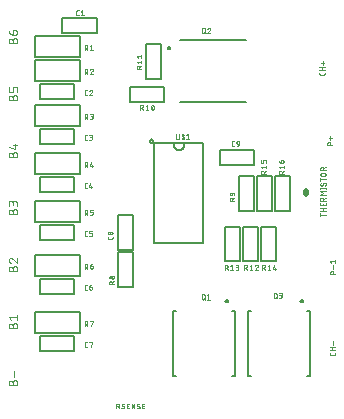
<source format=gbr>
G04 EAGLE Gerber RS-274X export*
G75*
%MOMM*%
%FSLAX34Y34*%
%LPD*%
%INSilkscreen Top*%
%IPPOS*%
%AMOC8*
5,1,8,0,0,1.08239X$1,22.5*%
G01*
%ADD10C,0.152400*%
%ADD11C,0.127000*%
%ADD12C,0.200000*%
%ADD13C,0.050800*%
%ADD14C,0.203200*%
%ADD15C,0.101600*%
%ADD16C,0.508000*%


D10*
X153320Y286400D02*
X153320Y202400D01*
X194400Y202400D01*
X194400Y286400D01*
X178860Y286400D01*
X169860Y286400D01*
X153320Y286400D01*
D11*
X169860Y286400D02*
X169860Y285400D01*
X169862Y285267D01*
X169868Y285133D01*
X169878Y285000D01*
X169892Y284868D01*
X169909Y284736D01*
X169931Y284604D01*
X169956Y284473D01*
X169986Y284343D01*
X170019Y284214D01*
X170056Y284086D01*
X170097Y283959D01*
X170142Y283833D01*
X170190Y283709D01*
X170242Y283586D01*
X170297Y283465D01*
X170357Y283345D01*
X170419Y283227D01*
X170485Y283112D01*
X170555Y282998D01*
X170628Y282886D01*
X170704Y282777D01*
X170783Y282669D01*
X170866Y282565D01*
X170951Y282462D01*
X171040Y282363D01*
X171131Y282266D01*
X171226Y282171D01*
X171323Y282080D01*
X171422Y281991D01*
X171525Y281906D01*
X171629Y281823D01*
X171737Y281744D01*
X171846Y281668D01*
X171958Y281595D01*
X172072Y281525D01*
X172187Y281459D01*
X172305Y281397D01*
X172425Y281337D01*
X172546Y281282D01*
X172669Y281230D01*
X172793Y281182D01*
X172919Y281137D01*
X173046Y281096D01*
X173174Y281059D01*
X173303Y281026D01*
X173433Y280996D01*
X173564Y280971D01*
X173696Y280949D01*
X173828Y280932D01*
X173960Y280918D01*
X174093Y280908D01*
X174227Y280902D01*
X174360Y280900D01*
X174493Y280902D01*
X174627Y280908D01*
X174760Y280918D01*
X174892Y280932D01*
X175024Y280949D01*
X175156Y280971D01*
X175287Y280996D01*
X175417Y281026D01*
X175546Y281059D01*
X175674Y281096D01*
X175801Y281137D01*
X175927Y281182D01*
X176051Y281230D01*
X176174Y281282D01*
X176295Y281337D01*
X176415Y281397D01*
X176533Y281459D01*
X176648Y281525D01*
X176762Y281595D01*
X176874Y281668D01*
X176983Y281744D01*
X177091Y281823D01*
X177195Y281906D01*
X177298Y281991D01*
X177397Y282080D01*
X177494Y282171D01*
X177589Y282266D01*
X177680Y282363D01*
X177769Y282462D01*
X177854Y282565D01*
X177937Y282669D01*
X178016Y282777D01*
X178092Y282886D01*
X178165Y282998D01*
X178235Y283112D01*
X178301Y283227D01*
X178363Y283345D01*
X178423Y283465D01*
X178478Y283586D01*
X178530Y283709D01*
X178578Y283833D01*
X178623Y283959D01*
X178664Y284086D01*
X178701Y284214D01*
X178734Y284343D01*
X178764Y284473D01*
X178789Y284604D01*
X178811Y284736D01*
X178828Y284868D01*
X178842Y285000D01*
X178852Y285133D01*
X178858Y285267D01*
X178860Y285400D01*
X178860Y286400D01*
D12*
X149446Y288400D02*
X149448Y288475D01*
X149454Y288549D01*
X149464Y288623D01*
X149477Y288696D01*
X149495Y288769D01*
X149516Y288840D01*
X149541Y288911D01*
X149570Y288980D01*
X149603Y289047D01*
X149639Y289112D01*
X149678Y289176D01*
X149720Y289237D01*
X149766Y289296D01*
X149815Y289353D01*
X149867Y289406D01*
X149921Y289457D01*
X149978Y289506D01*
X150038Y289550D01*
X150100Y289592D01*
X150164Y289631D01*
X150230Y289666D01*
X150297Y289697D01*
X150367Y289725D01*
X150437Y289749D01*
X150509Y289770D01*
X150582Y289786D01*
X150655Y289799D01*
X150730Y289808D01*
X150804Y289813D01*
X150879Y289814D01*
X150953Y289811D01*
X151028Y289804D01*
X151101Y289793D01*
X151175Y289779D01*
X151247Y289760D01*
X151318Y289738D01*
X151388Y289712D01*
X151457Y289682D01*
X151523Y289649D01*
X151588Y289612D01*
X151651Y289572D01*
X151712Y289528D01*
X151770Y289482D01*
X151826Y289432D01*
X151879Y289380D01*
X151930Y289325D01*
X151977Y289267D01*
X152021Y289207D01*
X152062Y289144D01*
X152100Y289080D01*
X152134Y289014D01*
X152165Y288945D01*
X152192Y288876D01*
X152215Y288805D01*
X152234Y288733D01*
X152250Y288660D01*
X152262Y288586D01*
X152270Y288512D01*
X152274Y288437D01*
X152274Y288363D01*
X152270Y288288D01*
X152262Y288214D01*
X152250Y288140D01*
X152234Y288067D01*
X152215Y287995D01*
X152192Y287924D01*
X152165Y287855D01*
X152134Y287786D01*
X152100Y287720D01*
X152062Y287656D01*
X152021Y287593D01*
X151977Y287533D01*
X151930Y287475D01*
X151879Y287420D01*
X151826Y287368D01*
X151770Y287318D01*
X151712Y287272D01*
X151651Y287228D01*
X151588Y287188D01*
X151523Y287151D01*
X151457Y287118D01*
X151388Y287088D01*
X151318Y287062D01*
X151247Y287040D01*
X151175Y287021D01*
X151101Y287007D01*
X151028Y286996D01*
X150953Y286989D01*
X150879Y286986D01*
X150804Y286987D01*
X150730Y286992D01*
X150655Y287001D01*
X150582Y287014D01*
X150509Y287030D01*
X150437Y287051D01*
X150367Y287075D01*
X150297Y287103D01*
X150230Y287134D01*
X150164Y287169D01*
X150100Y287208D01*
X150038Y287250D01*
X149978Y287294D01*
X149921Y287343D01*
X149867Y287394D01*
X149815Y287447D01*
X149766Y287504D01*
X149720Y287563D01*
X149678Y287624D01*
X149639Y287688D01*
X149603Y287753D01*
X149570Y287820D01*
X149541Y287889D01*
X149516Y287960D01*
X149495Y288031D01*
X149477Y288104D01*
X149464Y288177D01*
X149454Y288251D01*
X149448Y288325D01*
X149446Y288400D01*
D13*
X171704Y291084D02*
X171704Y294386D01*
X171704Y291084D02*
X171706Y291014D01*
X171712Y290944D01*
X171721Y290875D01*
X171735Y290806D01*
X171752Y290738D01*
X171773Y290672D01*
X171797Y290606D01*
X171825Y290542D01*
X171857Y290480D01*
X171892Y290419D01*
X171930Y290360D01*
X171972Y290304D01*
X172016Y290250D01*
X172064Y290198D01*
X172114Y290150D01*
X172167Y290104D01*
X172222Y290061D01*
X172279Y290021D01*
X172339Y289984D01*
X172401Y289951D01*
X172464Y289921D01*
X172529Y289895D01*
X172595Y289872D01*
X172662Y289853D01*
X172731Y289838D01*
X172800Y289826D01*
X172869Y289818D01*
X172939Y289814D01*
X173009Y289814D01*
X173079Y289818D01*
X173148Y289826D01*
X173217Y289838D01*
X173286Y289853D01*
X173353Y289872D01*
X173419Y289895D01*
X173484Y289921D01*
X173547Y289951D01*
X173609Y289984D01*
X173669Y290021D01*
X173726Y290061D01*
X173781Y290104D01*
X173834Y290150D01*
X173884Y290198D01*
X173932Y290250D01*
X173976Y290304D01*
X174018Y290360D01*
X174056Y290419D01*
X174091Y290480D01*
X174123Y290542D01*
X174151Y290606D01*
X174175Y290672D01*
X174196Y290738D01*
X174213Y290806D01*
X174227Y290875D01*
X174236Y290944D01*
X174242Y291014D01*
X174244Y291084D01*
X174244Y294386D01*
X177394Y294386D02*
X177394Y289814D01*
X177394Y292100D02*
X176759Y292481D01*
X176758Y292481D02*
X176713Y292511D01*
X176670Y292543D01*
X176629Y292579D01*
X176591Y292617D01*
X176556Y292658D01*
X176524Y292701D01*
X176495Y292747D01*
X176469Y292794D01*
X176447Y292844D01*
X176428Y292894D01*
X176413Y292946D01*
X176402Y292999D01*
X176394Y293053D01*
X176390Y293106D01*
X176391Y293160D01*
X176394Y293214D01*
X176402Y293268D01*
X176414Y293321D01*
X176429Y293372D01*
X176448Y293423D01*
X176470Y293472D01*
X176496Y293519D01*
X176526Y293565D01*
X176558Y293608D01*
X176593Y293649D01*
X176632Y293687D01*
X176672Y293723D01*
X176716Y293755D01*
X176761Y293784D01*
X176808Y293810D01*
X176857Y293833D01*
X176908Y293852D01*
X176960Y293867D01*
X177013Y293879D01*
X177012Y293878D02*
X177097Y293892D01*
X177181Y293902D01*
X177266Y293908D01*
X177352Y293911D01*
X177437Y293910D01*
X177522Y293906D01*
X177607Y293897D01*
X177692Y293886D01*
X177776Y293870D01*
X177859Y293852D01*
X177941Y293829D01*
X178023Y293804D01*
X178103Y293774D01*
X178182Y293742D01*
X178259Y293706D01*
X178335Y293667D01*
X178409Y293624D01*
X177394Y292100D02*
X178029Y291719D01*
X178074Y291689D01*
X178117Y291657D01*
X178158Y291621D01*
X178196Y291583D01*
X178231Y291542D01*
X178263Y291499D01*
X178292Y291453D01*
X178318Y291406D01*
X178340Y291356D01*
X178359Y291306D01*
X178374Y291254D01*
X178385Y291201D01*
X178393Y291147D01*
X178397Y291094D01*
X178396Y291040D01*
X178393Y290986D01*
X178385Y290932D01*
X178373Y290879D01*
X178358Y290828D01*
X178339Y290777D01*
X178317Y290728D01*
X178291Y290681D01*
X178261Y290635D01*
X178229Y290592D01*
X178194Y290551D01*
X178155Y290513D01*
X178115Y290477D01*
X178071Y290445D01*
X178026Y290416D01*
X177979Y290390D01*
X177930Y290367D01*
X177879Y290348D01*
X177827Y290333D01*
X177774Y290321D01*
X177775Y290323D02*
X177690Y290309D01*
X177606Y290299D01*
X177521Y290293D01*
X177435Y290290D01*
X177350Y290291D01*
X177265Y290295D01*
X177180Y290304D01*
X177095Y290315D01*
X177011Y290331D01*
X176928Y290349D01*
X176846Y290372D01*
X176764Y290397D01*
X176684Y290427D01*
X176605Y290459D01*
X176528Y290495D01*
X176452Y290534D01*
X176378Y290577D01*
X180391Y293370D02*
X181661Y294386D01*
X181661Y289814D01*
X180391Y289814D02*
X182931Y289814D01*
D14*
X90170Y377190D02*
X52070Y377190D01*
X90170Y377190D02*
X90170Y359410D01*
X52070Y359410D01*
X52070Y377190D01*
D15*
X94488Y369697D02*
X94488Y365633D01*
X94488Y369697D02*
X95617Y369697D01*
X95683Y369695D01*
X95748Y369689D01*
X95813Y369680D01*
X95877Y369667D01*
X95941Y369650D01*
X96003Y369629D01*
X96064Y369605D01*
X96124Y369577D01*
X96181Y369546D01*
X96237Y369511D01*
X96291Y369474D01*
X96343Y369433D01*
X96392Y369389D01*
X96438Y369343D01*
X96482Y369294D01*
X96523Y369242D01*
X96560Y369188D01*
X96595Y369133D01*
X96626Y369075D01*
X96654Y369015D01*
X96678Y368954D01*
X96699Y368892D01*
X96716Y368828D01*
X96729Y368764D01*
X96738Y368699D01*
X96744Y368634D01*
X96746Y368568D01*
X96744Y368502D01*
X96738Y368437D01*
X96729Y368372D01*
X96716Y368308D01*
X96699Y368244D01*
X96678Y368182D01*
X96654Y368121D01*
X96626Y368061D01*
X96595Y368004D01*
X96560Y367948D01*
X96523Y367894D01*
X96482Y367842D01*
X96438Y367793D01*
X96392Y367747D01*
X96343Y367703D01*
X96291Y367662D01*
X96237Y367625D01*
X96182Y367590D01*
X96124Y367559D01*
X96064Y367531D01*
X96003Y367507D01*
X95941Y367486D01*
X95877Y367469D01*
X95813Y367456D01*
X95748Y367447D01*
X95683Y367441D01*
X95617Y367439D01*
X94488Y367439D01*
X95843Y367439D02*
X96746Y365633D01*
X99008Y368794D02*
X100137Y369697D01*
X100137Y365633D01*
X99008Y365633D02*
X101266Y365633D01*
D13*
X297602Y346362D02*
X297602Y345346D01*
X297600Y345285D01*
X297595Y345224D01*
X297585Y345163D01*
X297572Y345103D01*
X297556Y345044D01*
X297536Y344986D01*
X297512Y344929D01*
X297486Y344874D01*
X297455Y344820D01*
X297422Y344769D01*
X297386Y344719D01*
X297346Y344672D01*
X297304Y344628D01*
X297260Y344586D01*
X297213Y344546D01*
X297163Y344510D01*
X297112Y344477D01*
X297058Y344446D01*
X297003Y344420D01*
X296946Y344396D01*
X296888Y344376D01*
X296829Y344360D01*
X296769Y344347D01*
X296708Y344337D01*
X296647Y344332D01*
X296586Y344330D01*
X294046Y344330D01*
X293985Y344332D01*
X293924Y344337D01*
X293863Y344347D01*
X293803Y344360D01*
X293744Y344376D01*
X293686Y344396D01*
X293629Y344420D01*
X293574Y344446D01*
X293520Y344477D01*
X293469Y344510D01*
X293419Y344546D01*
X293372Y344586D01*
X293328Y344628D01*
X293286Y344672D01*
X293246Y344719D01*
X293210Y344769D01*
X293177Y344820D01*
X293146Y344874D01*
X293120Y344929D01*
X293096Y344986D01*
X293076Y345044D01*
X293060Y345103D01*
X293047Y345163D01*
X293037Y345224D01*
X293032Y345285D01*
X293030Y345346D01*
X293030Y346362D01*
X293030Y348307D02*
X297602Y348307D01*
X295062Y348307D02*
X295062Y350847D01*
X293030Y350847D02*
X297602Y350847D01*
X295824Y353082D02*
X295824Y356130D01*
X297348Y354606D02*
X294300Y354606D01*
X302174Y175674D02*
X306746Y175674D01*
X302174Y175674D02*
X302174Y176944D01*
X302176Y177014D01*
X302182Y177084D01*
X302191Y177153D01*
X302205Y177222D01*
X302222Y177290D01*
X302243Y177356D01*
X302267Y177422D01*
X302295Y177486D01*
X302327Y177548D01*
X302362Y177609D01*
X302400Y177668D01*
X302442Y177724D01*
X302486Y177778D01*
X302534Y177830D01*
X302584Y177878D01*
X302637Y177924D01*
X302692Y177967D01*
X302749Y178007D01*
X302809Y178044D01*
X302871Y178077D01*
X302934Y178107D01*
X302999Y178133D01*
X303065Y178156D01*
X303132Y178175D01*
X303201Y178190D01*
X303270Y178202D01*
X303339Y178210D01*
X303409Y178214D01*
X303479Y178214D01*
X303549Y178210D01*
X303618Y178202D01*
X303687Y178190D01*
X303756Y178175D01*
X303823Y178156D01*
X303889Y178133D01*
X303954Y178107D01*
X304017Y178077D01*
X304079Y178044D01*
X304139Y178007D01*
X304196Y177967D01*
X304251Y177924D01*
X304304Y177878D01*
X304354Y177830D01*
X304402Y177778D01*
X304446Y177724D01*
X304488Y177668D01*
X304526Y177609D01*
X304561Y177548D01*
X304593Y177486D01*
X304621Y177422D01*
X304645Y177356D01*
X304666Y177290D01*
X304683Y177222D01*
X304697Y177153D01*
X304706Y177084D01*
X304712Y177014D01*
X304714Y176944D01*
X304714Y175674D01*
X304968Y180068D02*
X304968Y183116D01*
X303190Y185199D02*
X302174Y186469D01*
X306746Y186469D01*
X306746Y185199D02*
X306746Y187739D01*
D14*
X104775Y379730D02*
X75565Y379730D01*
X75565Y392430D01*
X104775Y392430D01*
X104775Y379730D01*
D15*
X89187Y394843D02*
X88284Y394843D01*
X88225Y394845D01*
X88166Y394851D01*
X88108Y394860D01*
X88050Y394874D01*
X87994Y394891D01*
X87938Y394912D01*
X87885Y394936D01*
X87833Y394964D01*
X87782Y394995D01*
X87734Y395030D01*
X87689Y395067D01*
X87645Y395107D01*
X87605Y395151D01*
X87568Y395196D01*
X87533Y395244D01*
X87502Y395295D01*
X87474Y395347D01*
X87450Y395400D01*
X87429Y395456D01*
X87412Y395512D01*
X87398Y395570D01*
X87389Y395628D01*
X87383Y395687D01*
X87381Y395746D01*
X87381Y398004D01*
X87383Y398063D01*
X87389Y398122D01*
X87398Y398180D01*
X87412Y398238D01*
X87429Y398294D01*
X87450Y398350D01*
X87474Y398403D01*
X87502Y398455D01*
X87533Y398506D01*
X87568Y398554D01*
X87605Y398599D01*
X87645Y398643D01*
X87689Y398683D01*
X87734Y398720D01*
X87782Y398755D01*
X87832Y398786D01*
X87885Y398814D01*
X87938Y398838D01*
X87994Y398859D01*
X88050Y398876D01*
X88108Y398890D01*
X88166Y398899D01*
X88225Y398905D01*
X88284Y398907D01*
X89187Y398907D01*
X91214Y398004D02*
X92343Y398907D01*
X92343Y394843D01*
X91214Y394843D02*
X93472Y394843D01*
D14*
X85725Y336550D02*
X56515Y336550D01*
X85725Y336550D02*
X85725Y323850D01*
X56515Y323850D01*
X56515Y336550D01*
D15*
X95391Y327533D02*
X96294Y327533D01*
X95391Y327533D02*
X95332Y327535D01*
X95273Y327541D01*
X95215Y327550D01*
X95157Y327564D01*
X95101Y327581D01*
X95045Y327602D01*
X94992Y327626D01*
X94940Y327654D01*
X94889Y327685D01*
X94841Y327720D01*
X94796Y327757D01*
X94752Y327797D01*
X94712Y327841D01*
X94675Y327886D01*
X94640Y327934D01*
X94609Y327985D01*
X94581Y328037D01*
X94557Y328090D01*
X94536Y328146D01*
X94519Y328202D01*
X94505Y328260D01*
X94496Y328318D01*
X94490Y328377D01*
X94488Y328436D01*
X94488Y330694D01*
X94490Y330753D01*
X94496Y330812D01*
X94505Y330870D01*
X94519Y330928D01*
X94536Y330984D01*
X94557Y331040D01*
X94581Y331093D01*
X94609Y331145D01*
X94640Y331196D01*
X94675Y331244D01*
X94712Y331289D01*
X94752Y331333D01*
X94796Y331373D01*
X94841Y331410D01*
X94889Y331445D01*
X94939Y331476D01*
X94992Y331504D01*
X95045Y331528D01*
X95101Y331549D01*
X95157Y331566D01*
X95215Y331580D01*
X95273Y331589D01*
X95332Y331595D01*
X95391Y331597D01*
X96294Y331597D01*
X99563Y331597D02*
X99624Y331595D01*
X99685Y331590D01*
X99746Y331580D01*
X99806Y331567D01*
X99865Y331551D01*
X99923Y331531D01*
X99980Y331507D01*
X100035Y331481D01*
X100089Y331450D01*
X100140Y331417D01*
X100190Y331381D01*
X100237Y331341D01*
X100281Y331299D01*
X100323Y331255D01*
X100363Y331208D01*
X100399Y331158D01*
X100432Y331107D01*
X100463Y331053D01*
X100489Y330998D01*
X100513Y330941D01*
X100533Y330883D01*
X100549Y330824D01*
X100562Y330764D01*
X100572Y330703D01*
X100577Y330642D01*
X100579Y330581D01*
X99563Y331597D02*
X99492Y331595D01*
X99421Y331589D01*
X99350Y331579D01*
X99280Y331566D01*
X99211Y331549D01*
X99142Y331527D01*
X99076Y331503D01*
X99010Y331474D01*
X98946Y331442D01*
X98884Y331407D01*
X98825Y331368D01*
X98767Y331326D01*
X98712Y331281D01*
X98659Y331233D01*
X98609Y331182D01*
X98561Y331129D01*
X98517Y331073D01*
X98476Y331014D01*
X98438Y330954D01*
X98404Y330891D01*
X98373Y330827D01*
X98345Y330761D01*
X98321Y330694D01*
X100240Y329791D02*
X100285Y329836D01*
X100327Y329883D01*
X100366Y329933D01*
X100402Y329985D01*
X100435Y330038D01*
X100464Y330094D01*
X100491Y330151D01*
X100514Y330210D01*
X100534Y330270D01*
X100550Y330331D01*
X100563Y330393D01*
X100572Y330455D01*
X100577Y330518D01*
X100579Y330581D01*
X100240Y329791D02*
X98321Y327533D01*
X100579Y327533D01*
D14*
X85725Y298450D02*
X56515Y298450D01*
X85725Y298450D02*
X85725Y285750D01*
X56515Y285750D01*
X56515Y298450D01*
D15*
X95391Y289433D02*
X96294Y289433D01*
X95391Y289433D02*
X95332Y289435D01*
X95273Y289441D01*
X95215Y289450D01*
X95157Y289464D01*
X95101Y289481D01*
X95045Y289502D01*
X94992Y289526D01*
X94940Y289554D01*
X94889Y289585D01*
X94841Y289620D01*
X94796Y289657D01*
X94752Y289697D01*
X94712Y289741D01*
X94675Y289786D01*
X94640Y289834D01*
X94609Y289885D01*
X94581Y289937D01*
X94557Y289990D01*
X94536Y290046D01*
X94519Y290102D01*
X94505Y290160D01*
X94496Y290218D01*
X94490Y290277D01*
X94488Y290336D01*
X94488Y292594D01*
X94490Y292653D01*
X94496Y292712D01*
X94505Y292770D01*
X94519Y292828D01*
X94536Y292884D01*
X94557Y292940D01*
X94581Y292993D01*
X94609Y293045D01*
X94640Y293096D01*
X94675Y293144D01*
X94712Y293189D01*
X94752Y293233D01*
X94796Y293273D01*
X94841Y293310D01*
X94889Y293345D01*
X94939Y293376D01*
X94992Y293404D01*
X95045Y293428D01*
X95101Y293449D01*
X95157Y293466D01*
X95215Y293480D01*
X95273Y293489D01*
X95332Y293495D01*
X95391Y293497D01*
X96294Y293497D01*
X98321Y289433D02*
X99450Y289433D01*
X99516Y289435D01*
X99581Y289441D01*
X99646Y289450D01*
X99710Y289463D01*
X99774Y289480D01*
X99836Y289501D01*
X99897Y289525D01*
X99957Y289553D01*
X100015Y289584D01*
X100070Y289619D01*
X100124Y289656D01*
X100176Y289697D01*
X100225Y289741D01*
X100271Y289787D01*
X100315Y289836D01*
X100356Y289888D01*
X100393Y289942D01*
X100428Y289998D01*
X100459Y290055D01*
X100487Y290115D01*
X100511Y290176D01*
X100532Y290238D01*
X100549Y290302D01*
X100562Y290366D01*
X100571Y290431D01*
X100577Y290496D01*
X100579Y290562D01*
X100577Y290628D01*
X100571Y290693D01*
X100562Y290758D01*
X100549Y290822D01*
X100532Y290886D01*
X100511Y290948D01*
X100487Y291009D01*
X100459Y291069D01*
X100428Y291127D01*
X100393Y291182D01*
X100356Y291236D01*
X100315Y291288D01*
X100271Y291337D01*
X100225Y291383D01*
X100176Y291427D01*
X100124Y291468D01*
X100070Y291505D01*
X100014Y291540D01*
X99957Y291571D01*
X99897Y291599D01*
X99836Y291623D01*
X99774Y291644D01*
X99710Y291661D01*
X99646Y291674D01*
X99581Y291683D01*
X99516Y291689D01*
X99450Y291691D01*
X99676Y293497D02*
X98321Y293497D01*
X99676Y293497D02*
X99735Y293495D01*
X99794Y293489D01*
X99852Y293480D01*
X99910Y293466D01*
X99966Y293449D01*
X100022Y293428D01*
X100075Y293404D01*
X100127Y293376D01*
X100178Y293345D01*
X100226Y293310D01*
X100271Y293273D01*
X100315Y293233D01*
X100355Y293189D01*
X100392Y293144D01*
X100427Y293096D01*
X100458Y293046D01*
X100486Y292993D01*
X100510Y292940D01*
X100531Y292884D01*
X100548Y292828D01*
X100562Y292770D01*
X100571Y292712D01*
X100577Y292653D01*
X100579Y292594D01*
X100577Y292535D01*
X100571Y292476D01*
X100562Y292418D01*
X100548Y292360D01*
X100531Y292304D01*
X100510Y292248D01*
X100486Y292195D01*
X100458Y292143D01*
X100427Y292092D01*
X100392Y292044D01*
X100355Y291999D01*
X100315Y291955D01*
X100271Y291915D01*
X100226Y291878D01*
X100178Y291843D01*
X100128Y291812D01*
X100075Y291784D01*
X100022Y291760D01*
X99966Y291739D01*
X99910Y291722D01*
X99852Y291708D01*
X99794Y291699D01*
X99735Y291693D01*
X99676Y291691D01*
X98773Y291691D01*
D14*
X85725Y257810D02*
X56515Y257810D01*
X85725Y257810D02*
X85725Y245110D01*
X56515Y245110D01*
X56515Y257810D01*
D15*
X95391Y248793D02*
X96294Y248793D01*
X95391Y248793D02*
X95332Y248795D01*
X95273Y248801D01*
X95215Y248810D01*
X95157Y248824D01*
X95101Y248841D01*
X95045Y248862D01*
X94992Y248886D01*
X94940Y248914D01*
X94889Y248945D01*
X94841Y248980D01*
X94796Y249017D01*
X94752Y249057D01*
X94712Y249101D01*
X94675Y249146D01*
X94640Y249194D01*
X94609Y249245D01*
X94581Y249297D01*
X94557Y249350D01*
X94536Y249406D01*
X94519Y249462D01*
X94505Y249520D01*
X94496Y249578D01*
X94490Y249637D01*
X94488Y249696D01*
X94488Y251954D01*
X94490Y252013D01*
X94496Y252072D01*
X94505Y252130D01*
X94519Y252188D01*
X94536Y252244D01*
X94557Y252300D01*
X94581Y252353D01*
X94609Y252405D01*
X94640Y252456D01*
X94675Y252504D01*
X94712Y252549D01*
X94752Y252593D01*
X94796Y252633D01*
X94841Y252670D01*
X94889Y252705D01*
X94939Y252736D01*
X94992Y252764D01*
X95045Y252788D01*
X95101Y252809D01*
X95157Y252826D01*
X95215Y252840D01*
X95273Y252849D01*
X95332Y252855D01*
X95391Y252857D01*
X96294Y252857D01*
X99224Y252857D02*
X98321Y249696D01*
X100579Y249696D01*
X99902Y250599D02*
X99902Y248793D01*
D14*
X85725Y217170D02*
X56515Y217170D01*
X85725Y217170D02*
X85725Y204470D01*
X56515Y204470D01*
X56515Y217170D01*
D15*
X95391Y208153D02*
X96294Y208153D01*
X95391Y208153D02*
X95332Y208155D01*
X95273Y208161D01*
X95215Y208170D01*
X95157Y208184D01*
X95101Y208201D01*
X95045Y208222D01*
X94992Y208246D01*
X94940Y208274D01*
X94889Y208305D01*
X94841Y208340D01*
X94796Y208377D01*
X94752Y208417D01*
X94712Y208461D01*
X94675Y208506D01*
X94640Y208554D01*
X94609Y208605D01*
X94581Y208657D01*
X94557Y208710D01*
X94536Y208766D01*
X94519Y208822D01*
X94505Y208880D01*
X94496Y208938D01*
X94490Y208997D01*
X94488Y209056D01*
X94488Y211314D01*
X94490Y211373D01*
X94496Y211432D01*
X94505Y211490D01*
X94519Y211548D01*
X94536Y211604D01*
X94557Y211660D01*
X94581Y211713D01*
X94609Y211765D01*
X94640Y211816D01*
X94675Y211864D01*
X94712Y211909D01*
X94752Y211953D01*
X94796Y211993D01*
X94841Y212030D01*
X94889Y212065D01*
X94939Y212096D01*
X94992Y212124D01*
X95045Y212148D01*
X95101Y212169D01*
X95157Y212186D01*
X95215Y212200D01*
X95273Y212209D01*
X95332Y212215D01*
X95391Y212217D01*
X96294Y212217D01*
X98321Y208153D02*
X99676Y208153D01*
X99735Y208155D01*
X99794Y208161D01*
X99852Y208170D01*
X99910Y208184D01*
X99966Y208201D01*
X100022Y208222D01*
X100075Y208246D01*
X100128Y208274D01*
X100178Y208305D01*
X100226Y208340D01*
X100271Y208377D01*
X100315Y208417D01*
X100355Y208461D01*
X100392Y208506D01*
X100427Y208554D01*
X100458Y208605D01*
X100486Y208657D01*
X100510Y208710D01*
X100531Y208766D01*
X100548Y208822D01*
X100562Y208880D01*
X100571Y208938D01*
X100577Y208997D01*
X100579Y209056D01*
X100579Y209508D01*
X100577Y209567D01*
X100571Y209626D01*
X100562Y209684D01*
X100548Y209742D01*
X100531Y209798D01*
X100510Y209854D01*
X100486Y209907D01*
X100458Y209960D01*
X100427Y210010D01*
X100392Y210058D01*
X100355Y210103D01*
X100315Y210147D01*
X100271Y210187D01*
X100226Y210224D01*
X100178Y210259D01*
X100128Y210290D01*
X100075Y210318D01*
X100022Y210342D01*
X99966Y210363D01*
X99910Y210380D01*
X99852Y210394D01*
X99794Y210403D01*
X99735Y210409D01*
X99676Y210411D01*
X98321Y210411D01*
X98321Y212217D01*
X100579Y212217D01*
D14*
X85725Y171450D02*
X56515Y171450D01*
X85725Y171450D02*
X85725Y158750D01*
X56515Y158750D01*
X56515Y171450D01*
D15*
X95391Y162433D02*
X96294Y162433D01*
X95391Y162433D02*
X95332Y162435D01*
X95273Y162441D01*
X95215Y162450D01*
X95157Y162464D01*
X95101Y162481D01*
X95045Y162502D01*
X94992Y162526D01*
X94940Y162554D01*
X94889Y162585D01*
X94841Y162620D01*
X94796Y162657D01*
X94752Y162697D01*
X94712Y162741D01*
X94675Y162786D01*
X94640Y162834D01*
X94609Y162885D01*
X94581Y162937D01*
X94557Y162990D01*
X94536Y163046D01*
X94519Y163102D01*
X94505Y163160D01*
X94496Y163218D01*
X94490Y163277D01*
X94488Y163336D01*
X94488Y165594D01*
X94490Y165653D01*
X94496Y165712D01*
X94505Y165770D01*
X94519Y165828D01*
X94536Y165884D01*
X94557Y165940D01*
X94581Y165993D01*
X94609Y166045D01*
X94640Y166096D01*
X94675Y166144D01*
X94712Y166189D01*
X94752Y166233D01*
X94796Y166273D01*
X94841Y166310D01*
X94889Y166345D01*
X94939Y166376D01*
X94992Y166404D01*
X95045Y166428D01*
X95101Y166449D01*
X95157Y166466D01*
X95215Y166480D01*
X95273Y166489D01*
X95332Y166495D01*
X95391Y166497D01*
X96294Y166497D01*
X98321Y164691D02*
X99676Y164691D01*
X99735Y164689D01*
X99794Y164683D01*
X99852Y164674D01*
X99910Y164660D01*
X99966Y164643D01*
X100022Y164622D01*
X100075Y164598D01*
X100128Y164570D01*
X100178Y164539D01*
X100226Y164504D01*
X100271Y164467D01*
X100315Y164427D01*
X100355Y164383D01*
X100392Y164338D01*
X100427Y164290D01*
X100458Y164240D01*
X100486Y164187D01*
X100510Y164134D01*
X100531Y164078D01*
X100548Y164022D01*
X100562Y163964D01*
X100571Y163906D01*
X100577Y163847D01*
X100579Y163788D01*
X100579Y163562D01*
X100577Y163496D01*
X100571Y163431D01*
X100562Y163366D01*
X100549Y163302D01*
X100532Y163238D01*
X100511Y163176D01*
X100487Y163115D01*
X100459Y163055D01*
X100428Y162998D01*
X100393Y162942D01*
X100356Y162888D01*
X100315Y162836D01*
X100271Y162787D01*
X100225Y162741D01*
X100176Y162697D01*
X100124Y162656D01*
X100070Y162619D01*
X100015Y162584D01*
X99957Y162553D01*
X99897Y162525D01*
X99836Y162501D01*
X99774Y162480D01*
X99710Y162463D01*
X99646Y162450D01*
X99581Y162441D01*
X99516Y162435D01*
X99450Y162433D01*
X99384Y162435D01*
X99319Y162441D01*
X99254Y162450D01*
X99190Y162463D01*
X99126Y162480D01*
X99064Y162501D01*
X99003Y162525D01*
X98943Y162553D01*
X98886Y162584D01*
X98830Y162619D01*
X98776Y162656D01*
X98724Y162697D01*
X98675Y162741D01*
X98629Y162787D01*
X98585Y162836D01*
X98544Y162888D01*
X98507Y162942D01*
X98472Y162998D01*
X98441Y163055D01*
X98413Y163115D01*
X98389Y163176D01*
X98368Y163238D01*
X98351Y163302D01*
X98338Y163366D01*
X98329Y163431D01*
X98323Y163496D01*
X98321Y163562D01*
X98321Y164691D01*
X98323Y164774D01*
X98329Y164858D01*
X98338Y164941D01*
X98352Y165023D01*
X98369Y165104D01*
X98390Y165185D01*
X98415Y165265D01*
X98443Y165343D01*
X98475Y165420D01*
X98510Y165496D01*
X98549Y165570D01*
X98592Y165642D01*
X98637Y165712D01*
X98686Y165779D01*
X98738Y165845D01*
X98792Y165908D01*
X98850Y165968D01*
X98910Y166026D01*
X98973Y166080D01*
X99039Y166132D01*
X99106Y166181D01*
X99176Y166226D01*
X99248Y166269D01*
X99322Y166308D01*
X99397Y166343D01*
X99475Y166375D01*
X99553Y166403D01*
X99633Y166428D01*
X99713Y166449D01*
X99795Y166466D01*
X99877Y166480D01*
X99960Y166489D01*
X100044Y166495D01*
X100127Y166497D01*
D14*
X90170Y356870D02*
X52070Y356870D01*
X90170Y356870D02*
X90170Y339090D01*
X52070Y339090D01*
X52070Y356870D01*
D15*
X94488Y349377D02*
X94488Y345313D01*
X94488Y349377D02*
X95617Y349377D01*
X95683Y349375D01*
X95748Y349369D01*
X95813Y349360D01*
X95877Y349347D01*
X95941Y349330D01*
X96003Y349309D01*
X96064Y349285D01*
X96124Y349257D01*
X96181Y349226D01*
X96237Y349191D01*
X96291Y349154D01*
X96343Y349113D01*
X96392Y349069D01*
X96438Y349023D01*
X96482Y348974D01*
X96523Y348922D01*
X96560Y348868D01*
X96595Y348813D01*
X96626Y348755D01*
X96654Y348695D01*
X96678Y348634D01*
X96699Y348572D01*
X96716Y348508D01*
X96729Y348444D01*
X96738Y348379D01*
X96744Y348314D01*
X96746Y348248D01*
X96744Y348182D01*
X96738Y348117D01*
X96729Y348052D01*
X96716Y347988D01*
X96699Y347924D01*
X96678Y347862D01*
X96654Y347801D01*
X96626Y347741D01*
X96595Y347684D01*
X96560Y347628D01*
X96523Y347574D01*
X96482Y347522D01*
X96438Y347473D01*
X96392Y347427D01*
X96343Y347383D01*
X96291Y347342D01*
X96237Y347305D01*
X96182Y347270D01*
X96124Y347239D01*
X96064Y347211D01*
X96003Y347187D01*
X95941Y347166D01*
X95877Y347149D01*
X95813Y347136D01*
X95748Y347127D01*
X95683Y347121D01*
X95617Y347119D01*
X94488Y347119D01*
X95843Y347119D02*
X96746Y345313D01*
X100250Y349377D02*
X100311Y349375D01*
X100372Y349370D01*
X100433Y349360D01*
X100493Y349347D01*
X100552Y349331D01*
X100610Y349311D01*
X100667Y349287D01*
X100722Y349261D01*
X100776Y349230D01*
X100827Y349197D01*
X100877Y349161D01*
X100924Y349121D01*
X100968Y349079D01*
X101010Y349035D01*
X101050Y348988D01*
X101086Y348938D01*
X101119Y348887D01*
X101150Y348833D01*
X101176Y348778D01*
X101200Y348721D01*
X101220Y348663D01*
X101236Y348604D01*
X101249Y348544D01*
X101259Y348483D01*
X101264Y348422D01*
X101266Y348361D01*
X100250Y349377D02*
X100179Y349375D01*
X100108Y349369D01*
X100037Y349359D01*
X99967Y349346D01*
X99898Y349329D01*
X99829Y349307D01*
X99763Y349283D01*
X99697Y349254D01*
X99633Y349222D01*
X99571Y349187D01*
X99512Y349148D01*
X99454Y349106D01*
X99399Y349061D01*
X99346Y349013D01*
X99296Y348962D01*
X99248Y348909D01*
X99204Y348853D01*
X99163Y348794D01*
X99125Y348734D01*
X99091Y348671D01*
X99060Y348607D01*
X99032Y348541D01*
X99008Y348474D01*
X100927Y347571D02*
X100972Y347616D01*
X101014Y347663D01*
X101053Y347713D01*
X101089Y347765D01*
X101122Y347818D01*
X101151Y347874D01*
X101178Y347931D01*
X101201Y347990D01*
X101221Y348050D01*
X101237Y348111D01*
X101250Y348173D01*
X101259Y348235D01*
X101264Y348298D01*
X101266Y348361D01*
X100928Y347571D02*
X99008Y345313D01*
X101266Y345313D01*
D14*
X90170Y318770D02*
X52070Y318770D01*
X90170Y318770D02*
X90170Y300990D01*
X52070Y300990D01*
X52070Y318770D01*
D15*
X94488Y311277D02*
X94488Y307213D01*
X94488Y311277D02*
X95617Y311277D01*
X95683Y311275D01*
X95748Y311269D01*
X95813Y311260D01*
X95877Y311247D01*
X95941Y311230D01*
X96003Y311209D01*
X96064Y311185D01*
X96124Y311157D01*
X96181Y311126D01*
X96237Y311091D01*
X96291Y311054D01*
X96343Y311013D01*
X96392Y310969D01*
X96438Y310923D01*
X96482Y310874D01*
X96523Y310822D01*
X96560Y310768D01*
X96595Y310713D01*
X96626Y310655D01*
X96654Y310595D01*
X96678Y310534D01*
X96699Y310472D01*
X96716Y310408D01*
X96729Y310344D01*
X96738Y310279D01*
X96744Y310214D01*
X96746Y310148D01*
X96744Y310082D01*
X96738Y310017D01*
X96729Y309952D01*
X96716Y309888D01*
X96699Y309824D01*
X96678Y309762D01*
X96654Y309701D01*
X96626Y309641D01*
X96595Y309584D01*
X96560Y309528D01*
X96523Y309474D01*
X96482Y309422D01*
X96438Y309373D01*
X96392Y309327D01*
X96343Y309283D01*
X96291Y309242D01*
X96237Y309205D01*
X96182Y309170D01*
X96124Y309139D01*
X96064Y309111D01*
X96003Y309087D01*
X95941Y309066D01*
X95877Y309049D01*
X95813Y309036D01*
X95748Y309027D01*
X95683Y309021D01*
X95617Y309019D01*
X94488Y309019D01*
X95843Y309019D02*
X96746Y307213D01*
X99008Y307213D02*
X100137Y307213D01*
X100203Y307215D01*
X100268Y307221D01*
X100333Y307230D01*
X100397Y307243D01*
X100461Y307260D01*
X100523Y307281D01*
X100584Y307305D01*
X100644Y307333D01*
X100702Y307364D01*
X100757Y307399D01*
X100811Y307436D01*
X100863Y307477D01*
X100912Y307521D01*
X100958Y307567D01*
X101002Y307616D01*
X101043Y307668D01*
X101080Y307722D01*
X101115Y307778D01*
X101146Y307835D01*
X101174Y307895D01*
X101198Y307956D01*
X101219Y308018D01*
X101236Y308082D01*
X101249Y308146D01*
X101258Y308211D01*
X101264Y308276D01*
X101266Y308342D01*
X101264Y308408D01*
X101258Y308473D01*
X101249Y308538D01*
X101236Y308602D01*
X101219Y308666D01*
X101198Y308728D01*
X101174Y308789D01*
X101146Y308849D01*
X101115Y308907D01*
X101080Y308962D01*
X101043Y309016D01*
X101002Y309068D01*
X100958Y309117D01*
X100912Y309163D01*
X100863Y309207D01*
X100811Y309248D01*
X100757Y309285D01*
X100701Y309320D01*
X100644Y309351D01*
X100584Y309379D01*
X100523Y309403D01*
X100461Y309424D01*
X100397Y309441D01*
X100333Y309454D01*
X100268Y309463D01*
X100203Y309469D01*
X100137Y309471D01*
X100363Y311277D02*
X99008Y311277D01*
X100363Y311277D02*
X100422Y311275D01*
X100481Y311269D01*
X100539Y311260D01*
X100597Y311246D01*
X100653Y311229D01*
X100709Y311208D01*
X100762Y311184D01*
X100814Y311156D01*
X100865Y311125D01*
X100913Y311090D01*
X100958Y311053D01*
X101002Y311013D01*
X101042Y310969D01*
X101079Y310924D01*
X101114Y310876D01*
X101145Y310826D01*
X101173Y310773D01*
X101197Y310720D01*
X101218Y310664D01*
X101235Y310608D01*
X101249Y310550D01*
X101258Y310492D01*
X101264Y310433D01*
X101266Y310374D01*
X101264Y310315D01*
X101258Y310256D01*
X101249Y310198D01*
X101235Y310140D01*
X101218Y310084D01*
X101197Y310028D01*
X101173Y309975D01*
X101145Y309923D01*
X101114Y309872D01*
X101079Y309824D01*
X101042Y309779D01*
X101002Y309735D01*
X100958Y309695D01*
X100913Y309658D01*
X100865Y309623D01*
X100815Y309592D01*
X100762Y309564D01*
X100709Y309540D01*
X100653Y309519D01*
X100597Y309502D01*
X100539Y309488D01*
X100481Y309479D01*
X100422Y309473D01*
X100363Y309471D01*
X99460Y309471D01*
D14*
X90170Y278130D02*
X52070Y278130D01*
X90170Y278130D02*
X90170Y260350D01*
X52070Y260350D01*
X52070Y278130D01*
D15*
X94488Y270637D02*
X94488Y266573D01*
X94488Y270637D02*
X95617Y270637D01*
X95683Y270635D01*
X95748Y270629D01*
X95813Y270620D01*
X95877Y270607D01*
X95941Y270590D01*
X96003Y270569D01*
X96064Y270545D01*
X96124Y270517D01*
X96181Y270486D01*
X96237Y270451D01*
X96291Y270414D01*
X96343Y270373D01*
X96392Y270329D01*
X96438Y270283D01*
X96482Y270234D01*
X96523Y270182D01*
X96560Y270128D01*
X96595Y270073D01*
X96626Y270015D01*
X96654Y269955D01*
X96678Y269894D01*
X96699Y269832D01*
X96716Y269768D01*
X96729Y269704D01*
X96738Y269639D01*
X96744Y269574D01*
X96746Y269508D01*
X96744Y269442D01*
X96738Y269377D01*
X96729Y269312D01*
X96716Y269248D01*
X96699Y269184D01*
X96678Y269122D01*
X96654Y269061D01*
X96626Y269001D01*
X96595Y268944D01*
X96560Y268888D01*
X96523Y268834D01*
X96482Y268782D01*
X96438Y268733D01*
X96392Y268687D01*
X96343Y268643D01*
X96291Y268602D01*
X96237Y268565D01*
X96182Y268530D01*
X96124Y268499D01*
X96064Y268471D01*
X96003Y268447D01*
X95941Y268426D01*
X95877Y268409D01*
X95813Y268396D01*
X95748Y268387D01*
X95683Y268381D01*
X95617Y268379D01*
X94488Y268379D01*
X95843Y268379D02*
X96746Y266573D01*
X99008Y267476D02*
X99912Y270637D01*
X99008Y267476D02*
X101266Y267476D01*
X100589Y268379D02*
X100589Y266573D01*
D14*
X90170Y237490D02*
X52070Y237490D01*
X90170Y237490D02*
X90170Y219710D01*
X52070Y219710D01*
X52070Y237490D01*
D15*
X94488Y229997D02*
X94488Y225933D01*
X94488Y229997D02*
X95617Y229997D01*
X95683Y229995D01*
X95748Y229989D01*
X95813Y229980D01*
X95877Y229967D01*
X95941Y229950D01*
X96003Y229929D01*
X96064Y229905D01*
X96124Y229877D01*
X96181Y229846D01*
X96237Y229811D01*
X96291Y229774D01*
X96343Y229733D01*
X96392Y229689D01*
X96438Y229643D01*
X96482Y229594D01*
X96523Y229542D01*
X96560Y229488D01*
X96595Y229433D01*
X96626Y229375D01*
X96654Y229315D01*
X96678Y229254D01*
X96699Y229192D01*
X96716Y229128D01*
X96729Y229064D01*
X96738Y228999D01*
X96744Y228934D01*
X96746Y228868D01*
X96744Y228802D01*
X96738Y228737D01*
X96729Y228672D01*
X96716Y228608D01*
X96699Y228544D01*
X96678Y228482D01*
X96654Y228421D01*
X96626Y228361D01*
X96595Y228304D01*
X96560Y228248D01*
X96523Y228194D01*
X96482Y228142D01*
X96438Y228093D01*
X96392Y228047D01*
X96343Y228003D01*
X96291Y227962D01*
X96237Y227925D01*
X96182Y227890D01*
X96124Y227859D01*
X96064Y227831D01*
X96003Y227807D01*
X95941Y227786D01*
X95877Y227769D01*
X95813Y227756D01*
X95748Y227747D01*
X95683Y227741D01*
X95617Y227739D01*
X94488Y227739D01*
X95843Y227739D02*
X96746Y225933D01*
X99008Y225933D02*
X100363Y225933D01*
X100422Y225935D01*
X100481Y225941D01*
X100539Y225950D01*
X100597Y225964D01*
X100653Y225981D01*
X100709Y226002D01*
X100762Y226026D01*
X100815Y226054D01*
X100865Y226085D01*
X100913Y226120D01*
X100958Y226157D01*
X101002Y226197D01*
X101042Y226241D01*
X101079Y226286D01*
X101114Y226334D01*
X101145Y226385D01*
X101173Y226437D01*
X101197Y226490D01*
X101218Y226546D01*
X101235Y226602D01*
X101249Y226660D01*
X101258Y226718D01*
X101264Y226777D01*
X101266Y226836D01*
X101266Y227288D01*
X101264Y227347D01*
X101258Y227406D01*
X101249Y227464D01*
X101235Y227522D01*
X101218Y227578D01*
X101197Y227634D01*
X101173Y227687D01*
X101145Y227740D01*
X101114Y227790D01*
X101079Y227838D01*
X101042Y227883D01*
X101002Y227927D01*
X100958Y227967D01*
X100913Y228004D01*
X100865Y228039D01*
X100815Y228070D01*
X100762Y228098D01*
X100709Y228122D01*
X100653Y228143D01*
X100597Y228160D01*
X100539Y228174D01*
X100481Y228183D01*
X100422Y228189D01*
X100363Y228191D01*
X99008Y228191D01*
X99008Y229997D01*
X101266Y229997D01*
D14*
X90170Y191770D02*
X52070Y191770D01*
X90170Y191770D02*
X90170Y173990D01*
X52070Y173990D01*
X52070Y191770D01*
D15*
X94488Y184277D02*
X94488Y180213D01*
X94488Y184277D02*
X95617Y184277D01*
X95683Y184275D01*
X95748Y184269D01*
X95813Y184260D01*
X95877Y184247D01*
X95941Y184230D01*
X96003Y184209D01*
X96064Y184185D01*
X96124Y184157D01*
X96181Y184126D01*
X96237Y184091D01*
X96291Y184054D01*
X96343Y184013D01*
X96392Y183969D01*
X96438Y183923D01*
X96482Y183874D01*
X96523Y183822D01*
X96560Y183768D01*
X96595Y183713D01*
X96626Y183655D01*
X96654Y183595D01*
X96678Y183534D01*
X96699Y183472D01*
X96716Y183408D01*
X96729Y183344D01*
X96738Y183279D01*
X96744Y183214D01*
X96746Y183148D01*
X96744Y183082D01*
X96738Y183017D01*
X96729Y182952D01*
X96716Y182888D01*
X96699Y182824D01*
X96678Y182762D01*
X96654Y182701D01*
X96626Y182641D01*
X96595Y182584D01*
X96560Y182528D01*
X96523Y182474D01*
X96482Y182422D01*
X96438Y182373D01*
X96392Y182327D01*
X96343Y182283D01*
X96291Y182242D01*
X96237Y182205D01*
X96182Y182170D01*
X96124Y182139D01*
X96064Y182111D01*
X96003Y182087D01*
X95941Y182066D01*
X95877Y182049D01*
X95813Y182036D01*
X95748Y182027D01*
X95683Y182021D01*
X95617Y182019D01*
X94488Y182019D01*
X95843Y182019D02*
X96746Y180213D01*
X99008Y182471D02*
X100363Y182471D01*
X100422Y182469D01*
X100481Y182463D01*
X100539Y182454D01*
X100597Y182440D01*
X100653Y182423D01*
X100709Y182402D01*
X100762Y182378D01*
X100815Y182350D01*
X100865Y182319D01*
X100913Y182284D01*
X100958Y182247D01*
X101002Y182207D01*
X101042Y182163D01*
X101079Y182118D01*
X101114Y182070D01*
X101145Y182020D01*
X101173Y181967D01*
X101197Y181914D01*
X101218Y181858D01*
X101235Y181802D01*
X101249Y181744D01*
X101258Y181686D01*
X101264Y181627D01*
X101266Y181568D01*
X101266Y181342D01*
X101264Y181276D01*
X101258Y181211D01*
X101249Y181146D01*
X101236Y181082D01*
X101219Y181018D01*
X101198Y180956D01*
X101174Y180895D01*
X101146Y180835D01*
X101115Y180778D01*
X101080Y180722D01*
X101043Y180668D01*
X101002Y180616D01*
X100958Y180567D01*
X100912Y180521D01*
X100863Y180477D01*
X100811Y180436D01*
X100757Y180399D01*
X100702Y180364D01*
X100644Y180333D01*
X100584Y180305D01*
X100523Y180281D01*
X100461Y180260D01*
X100397Y180243D01*
X100333Y180230D01*
X100268Y180221D01*
X100203Y180215D01*
X100137Y180213D01*
X100071Y180215D01*
X100006Y180221D01*
X99941Y180230D01*
X99877Y180243D01*
X99813Y180260D01*
X99751Y180281D01*
X99690Y180305D01*
X99630Y180333D01*
X99573Y180364D01*
X99517Y180399D01*
X99463Y180436D01*
X99411Y180477D01*
X99362Y180521D01*
X99316Y180567D01*
X99272Y180616D01*
X99231Y180668D01*
X99194Y180722D01*
X99159Y180778D01*
X99128Y180835D01*
X99100Y180895D01*
X99076Y180956D01*
X99055Y181018D01*
X99038Y181082D01*
X99025Y181146D01*
X99016Y181211D01*
X99010Y181276D01*
X99008Y181342D01*
X99008Y182471D01*
X99009Y182471D02*
X99011Y182554D01*
X99017Y182638D01*
X99026Y182721D01*
X99040Y182803D01*
X99057Y182884D01*
X99078Y182965D01*
X99103Y183045D01*
X99131Y183123D01*
X99163Y183200D01*
X99198Y183276D01*
X99237Y183350D01*
X99280Y183422D01*
X99325Y183492D01*
X99374Y183559D01*
X99426Y183625D01*
X99480Y183688D01*
X99538Y183748D01*
X99598Y183806D01*
X99661Y183860D01*
X99727Y183912D01*
X99794Y183961D01*
X99864Y184006D01*
X99936Y184049D01*
X100010Y184088D01*
X100085Y184123D01*
X100163Y184155D01*
X100241Y184183D01*
X100321Y184208D01*
X100401Y184229D01*
X100483Y184246D01*
X100565Y184260D01*
X100648Y184269D01*
X100732Y184275D01*
X100815Y184277D01*
D14*
X90170Y143510D02*
X52070Y143510D01*
X90170Y143510D02*
X90170Y125730D01*
X52070Y125730D01*
X52070Y143510D01*
D15*
X94488Y136017D02*
X94488Y131953D01*
X94488Y136017D02*
X95617Y136017D01*
X95683Y136015D01*
X95748Y136009D01*
X95813Y136000D01*
X95877Y135987D01*
X95941Y135970D01*
X96003Y135949D01*
X96064Y135925D01*
X96124Y135897D01*
X96181Y135866D01*
X96237Y135831D01*
X96291Y135794D01*
X96343Y135753D01*
X96392Y135709D01*
X96438Y135663D01*
X96482Y135614D01*
X96523Y135562D01*
X96560Y135508D01*
X96595Y135453D01*
X96626Y135395D01*
X96654Y135335D01*
X96678Y135274D01*
X96699Y135212D01*
X96716Y135148D01*
X96729Y135084D01*
X96738Y135019D01*
X96744Y134954D01*
X96746Y134888D01*
X96744Y134822D01*
X96738Y134757D01*
X96729Y134692D01*
X96716Y134628D01*
X96699Y134564D01*
X96678Y134502D01*
X96654Y134441D01*
X96626Y134381D01*
X96595Y134324D01*
X96560Y134268D01*
X96523Y134214D01*
X96482Y134162D01*
X96438Y134113D01*
X96392Y134067D01*
X96343Y134023D01*
X96291Y133982D01*
X96237Y133945D01*
X96182Y133910D01*
X96124Y133879D01*
X96064Y133851D01*
X96003Y133827D01*
X95941Y133806D01*
X95877Y133789D01*
X95813Y133776D01*
X95748Y133767D01*
X95683Y133761D01*
X95617Y133759D01*
X94488Y133759D01*
X95843Y133759D02*
X96746Y131953D01*
X99008Y135565D02*
X99008Y136017D01*
X101266Y136017D01*
X100137Y131953D01*
D14*
X85725Y123190D02*
X56515Y123190D01*
X85725Y123190D02*
X85725Y110490D01*
X56515Y110490D01*
X56515Y123190D01*
D15*
X95391Y114173D02*
X96294Y114173D01*
X95391Y114173D02*
X95332Y114175D01*
X95273Y114181D01*
X95215Y114190D01*
X95157Y114204D01*
X95101Y114221D01*
X95045Y114242D01*
X94992Y114266D01*
X94940Y114294D01*
X94889Y114325D01*
X94841Y114360D01*
X94796Y114397D01*
X94752Y114437D01*
X94712Y114481D01*
X94675Y114526D01*
X94640Y114574D01*
X94609Y114625D01*
X94581Y114677D01*
X94557Y114730D01*
X94536Y114786D01*
X94519Y114842D01*
X94505Y114900D01*
X94496Y114958D01*
X94490Y115017D01*
X94488Y115076D01*
X94488Y117334D01*
X94490Y117393D01*
X94496Y117452D01*
X94505Y117510D01*
X94519Y117568D01*
X94536Y117624D01*
X94557Y117680D01*
X94581Y117733D01*
X94609Y117785D01*
X94640Y117836D01*
X94675Y117884D01*
X94712Y117929D01*
X94752Y117973D01*
X94796Y118013D01*
X94841Y118050D01*
X94889Y118085D01*
X94939Y118116D01*
X94992Y118144D01*
X95045Y118168D01*
X95101Y118189D01*
X95157Y118206D01*
X95215Y118220D01*
X95273Y118229D01*
X95332Y118235D01*
X95391Y118237D01*
X96294Y118237D01*
X98321Y118237D02*
X98321Y117785D01*
X98321Y118237D02*
X100579Y118237D01*
X99450Y114173D01*
D14*
X122936Y164973D02*
X122936Y194183D01*
X135636Y194183D01*
X135636Y164973D01*
X122936Y164973D01*
D15*
X119253Y167386D02*
X115189Y167386D01*
X115189Y168515D01*
X115191Y168581D01*
X115197Y168646D01*
X115206Y168711D01*
X115219Y168775D01*
X115236Y168839D01*
X115257Y168901D01*
X115281Y168962D01*
X115309Y169022D01*
X115340Y169080D01*
X115375Y169135D01*
X115412Y169189D01*
X115453Y169241D01*
X115497Y169290D01*
X115543Y169336D01*
X115592Y169380D01*
X115644Y169421D01*
X115698Y169458D01*
X115754Y169493D01*
X115811Y169524D01*
X115871Y169552D01*
X115932Y169576D01*
X115994Y169597D01*
X116058Y169614D01*
X116122Y169627D01*
X116187Y169636D01*
X116252Y169642D01*
X116318Y169644D01*
X116384Y169642D01*
X116449Y169636D01*
X116514Y169627D01*
X116578Y169614D01*
X116642Y169597D01*
X116704Y169576D01*
X116765Y169552D01*
X116825Y169524D01*
X116883Y169493D01*
X116938Y169458D01*
X116992Y169421D01*
X117044Y169380D01*
X117093Y169336D01*
X117139Y169290D01*
X117183Y169241D01*
X117224Y169189D01*
X117261Y169135D01*
X117296Y169080D01*
X117327Y169022D01*
X117355Y168962D01*
X117379Y168901D01*
X117400Y168839D01*
X117417Y168775D01*
X117430Y168711D01*
X117439Y168646D01*
X117445Y168581D01*
X117447Y168515D01*
X117447Y167386D01*
X117447Y168741D02*
X119253Y169644D01*
X118124Y171906D02*
X118058Y171908D01*
X117993Y171914D01*
X117928Y171923D01*
X117864Y171936D01*
X117800Y171953D01*
X117738Y171974D01*
X117677Y171998D01*
X117617Y172026D01*
X117560Y172057D01*
X117504Y172092D01*
X117450Y172129D01*
X117398Y172170D01*
X117349Y172214D01*
X117303Y172260D01*
X117259Y172309D01*
X117218Y172361D01*
X117181Y172415D01*
X117146Y172471D01*
X117115Y172528D01*
X117087Y172588D01*
X117063Y172649D01*
X117042Y172711D01*
X117025Y172775D01*
X117012Y172839D01*
X117003Y172904D01*
X116997Y172969D01*
X116995Y173035D01*
X116997Y173101D01*
X117003Y173166D01*
X117012Y173231D01*
X117025Y173295D01*
X117042Y173359D01*
X117063Y173421D01*
X117087Y173482D01*
X117115Y173542D01*
X117146Y173600D01*
X117181Y173655D01*
X117218Y173709D01*
X117259Y173761D01*
X117303Y173810D01*
X117349Y173856D01*
X117398Y173900D01*
X117450Y173941D01*
X117504Y173978D01*
X117560Y174013D01*
X117617Y174044D01*
X117677Y174072D01*
X117738Y174096D01*
X117800Y174117D01*
X117864Y174134D01*
X117928Y174147D01*
X117993Y174156D01*
X118058Y174162D01*
X118124Y174164D01*
X118190Y174162D01*
X118255Y174156D01*
X118320Y174147D01*
X118384Y174134D01*
X118448Y174117D01*
X118510Y174096D01*
X118571Y174072D01*
X118631Y174044D01*
X118688Y174013D01*
X118744Y173978D01*
X118798Y173941D01*
X118850Y173900D01*
X118899Y173856D01*
X118945Y173810D01*
X118989Y173761D01*
X119030Y173709D01*
X119067Y173655D01*
X119102Y173600D01*
X119133Y173542D01*
X119161Y173482D01*
X119185Y173421D01*
X119206Y173359D01*
X119223Y173295D01*
X119236Y173231D01*
X119245Y173166D01*
X119251Y173101D01*
X119253Y173035D01*
X119251Y172969D01*
X119245Y172904D01*
X119236Y172839D01*
X119223Y172775D01*
X119206Y172711D01*
X119185Y172649D01*
X119161Y172588D01*
X119133Y172528D01*
X119102Y172471D01*
X119067Y172415D01*
X119030Y172361D01*
X118989Y172309D01*
X118945Y172260D01*
X118899Y172214D01*
X118850Y172170D01*
X118798Y172129D01*
X118744Y172092D01*
X118689Y172057D01*
X118631Y172026D01*
X118571Y171998D01*
X118510Y171974D01*
X118448Y171953D01*
X118384Y171936D01*
X118320Y171923D01*
X118255Y171914D01*
X118190Y171908D01*
X118124Y171906D01*
X116092Y172132D02*
X116033Y172134D01*
X115974Y172140D01*
X115916Y172149D01*
X115858Y172163D01*
X115802Y172180D01*
X115746Y172201D01*
X115693Y172225D01*
X115641Y172253D01*
X115590Y172284D01*
X115542Y172319D01*
X115497Y172356D01*
X115453Y172396D01*
X115413Y172440D01*
X115376Y172485D01*
X115341Y172533D01*
X115310Y172584D01*
X115282Y172636D01*
X115258Y172689D01*
X115237Y172745D01*
X115220Y172801D01*
X115206Y172859D01*
X115197Y172917D01*
X115191Y172976D01*
X115189Y173035D01*
X115191Y173094D01*
X115197Y173153D01*
X115206Y173211D01*
X115220Y173269D01*
X115237Y173325D01*
X115258Y173381D01*
X115282Y173434D01*
X115310Y173487D01*
X115341Y173537D01*
X115376Y173585D01*
X115413Y173630D01*
X115453Y173674D01*
X115497Y173714D01*
X115542Y173751D01*
X115590Y173786D01*
X115641Y173817D01*
X115693Y173845D01*
X115746Y173869D01*
X115802Y173890D01*
X115858Y173907D01*
X115916Y173921D01*
X115974Y173930D01*
X116033Y173936D01*
X116092Y173938D01*
X116151Y173936D01*
X116210Y173930D01*
X116268Y173921D01*
X116326Y173907D01*
X116382Y173890D01*
X116438Y173869D01*
X116491Y173845D01*
X116543Y173817D01*
X116594Y173786D01*
X116642Y173751D01*
X116687Y173714D01*
X116731Y173674D01*
X116771Y173630D01*
X116808Y173585D01*
X116843Y173537D01*
X116874Y173487D01*
X116902Y173434D01*
X116926Y173381D01*
X116947Y173325D01*
X116964Y173269D01*
X116978Y173211D01*
X116987Y173153D01*
X116993Y173094D01*
X116995Y173035D01*
X116993Y172976D01*
X116987Y172917D01*
X116978Y172859D01*
X116964Y172801D01*
X116947Y172745D01*
X116926Y172689D01*
X116902Y172636D01*
X116874Y172584D01*
X116843Y172533D01*
X116808Y172485D01*
X116771Y172440D01*
X116731Y172396D01*
X116687Y172356D01*
X116642Y172319D01*
X116594Y172284D01*
X116544Y172253D01*
X116491Y172225D01*
X116438Y172201D01*
X116382Y172180D01*
X116326Y172163D01*
X116268Y172149D01*
X116210Y172140D01*
X116151Y172134D01*
X116092Y172132D01*
D14*
X135636Y196215D02*
X135636Y225425D01*
X135636Y196215D02*
X122936Y196215D01*
X122936Y225425D01*
X135636Y225425D01*
D15*
X117983Y207297D02*
X117983Y206394D01*
X117981Y206335D01*
X117975Y206276D01*
X117966Y206218D01*
X117952Y206160D01*
X117935Y206104D01*
X117914Y206048D01*
X117890Y205995D01*
X117862Y205943D01*
X117831Y205892D01*
X117796Y205844D01*
X117759Y205799D01*
X117719Y205755D01*
X117675Y205715D01*
X117630Y205678D01*
X117582Y205643D01*
X117532Y205612D01*
X117479Y205584D01*
X117426Y205560D01*
X117370Y205539D01*
X117314Y205522D01*
X117256Y205508D01*
X117198Y205499D01*
X117139Y205493D01*
X117080Y205491D01*
X114822Y205491D01*
X114763Y205493D01*
X114704Y205499D01*
X114646Y205508D01*
X114588Y205522D01*
X114532Y205539D01*
X114476Y205560D01*
X114423Y205584D01*
X114371Y205612D01*
X114320Y205643D01*
X114272Y205678D01*
X114227Y205715D01*
X114183Y205755D01*
X114143Y205799D01*
X114106Y205844D01*
X114071Y205892D01*
X114040Y205942D01*
X114012Y205995D01*
X113988Y206048D01*
X113967Y206104D01*
X113950Y206160D01*
X113936Y206218D01*
X113927Y206276D01*
X113921Y206335D01*
X113919Y206394D01*
X113919Y207297D01*
X116854Y209324D02*
X116788Y209326D01*
X116723Y209332D01*
X116658Y209341D01*
X116594Y209354D01*
X116530Y209371D01*
X116468Y209392D01*
X116407Y209416D01*
X116347Y209444D01*
X116290Y209475D01*
X116234Y209510D01*
X116180Y209547D01*
X116128Y209588D01*
X116079Y209632D01*
X116033Y209678D01*
X115989Y209727D01*
X115948Y209779D01*
X115911Y209833D01*
X115876Y209889D01*
X115845Y209946D01*
X115817Y210006D01*
X115793Y210067D01*
X115772Y210129D01*
X115755Y210193D01*
X115742Y210257D01*
X115733Y210322D01*
X115727Y210387D01*
X115725Y210453D01*
X115727Y210519D01*
X115733Y210584D01*
X115742Y210649D01*
X115755Y210713D01*
X115772Y210777D01*
X115793Y210839D01*
X115817Y210900D01*
X115845Y210960D01*
X115876Y211018D01*
X115911Y211073D01*
X115948Y211127D01*
X115989Y211179D01*
X116033Y211228D01*
X116079Y211274D01*
X116128Y211318D01*
X116180Y211359D01*
X116234Y211396D01*
X116290Y211431D01*
X116347Y211462D01*
X116407Y211490D01*
X116468Y211514D01*
X116530Y211535D01*
X116594Y211552D01*
X116658Y211565D01*
X116723Y211574D01*
X116788Y211580D01*
X116854Y211582D01*
X116920Y211580D01*
X116985Y211574D01*
X117050Y211565D01*
X117114Y211552D01*
X117178Y211535D01*
X117240Y211514D01*
X117301Y211490D01*
X117361Y211462D01*
X117418Y211431D01*
X117474Y211396D01*
X117528Y211359D01*
X117580Y211318D01*
X117629Y211274D01*
X117675Y211228D01*
X117719Y211179D01*
X117760Y211127D01*
X117797Y211073D01*
X117832Y211018D01*
X117863Y210960D01*
X117891Y210900D01*
X117915Y210839D01*
X117936Y210777D01*
X117953Y210713D01*
X117966Y210649D01*
X117975Y210584D01*
X117981Y210519D01*
X117983Y210453D01*
X117981Y210387D01*
X117975Y210322D01*
X117966Y210257D01*
X117953Y210193D01*
X117936Y210129D01*
X117915Y210067D01*
X117891Y210006D01*
X117863Y209946D01*
X117832Y209889D01*
X117797Y209833D01*
X117760Y209779D01*
X117719Y209727D01*
X117675Y209678D01*
X117629Y209632D01*
X117580Y209588D01*
X117528Y209547D01*
X117474Y209510D01*
X117419Y209475D01*
X117361Y209444D01*
X117301Y209416D01*
X117240Y209392D01*
X117178Y209371D01*
X117114Y209354D01*
X117050Y209341D01*
X116985Y209332D01*
X116920Y209326D01*
X116854Y209324D01*
X114822Y209550D02*
X114763Y209552D01*
X114704Y209558D01*
X114646Y209567D01*
X114588Y209581D01*
X114532Y209598D01*
X114476Y209619D01*
X114423Y209643D01*
X114371Y209671D01*
X114320Y209702D01*
X114272Y209737D01*
X114227Y209774D01*
X114183Y209814D01*
X114143Y209858D01*
X114106Y209903D01*
X114071Y209951D01*
X114040Y210002D01*
X114012Y210054D01*
X113988Y210107D01*
X113967Y210163D01*
X113950Y210219D01*
X113936Y210277D01*
X113927Y210335D01*
X113921Y210394D01*
X113919Y210453D01*
X113921Y210512D01*
X113927Y210571D01*
X113936Y210629D01*
X113950Y210687D01*
X113967Y210743D01*
X113988Y210799D01*
X114012Y210852D01*
X114040Y210905D01*
X114071Y210955D01*
X114106Y211003D01*
X114143Y211048D01*
X114183Y211092D01*
X114227Y211132D01*
X114272Y211169D01*
X114320Y211204D01*
X114371Y211235D01*
X114423Y211263D01*
X114476Y211287D01*
X114532Y211308D01*
X114588Y211325D01*
X114646Y211339D01*
X114704Y211348D01*
X114763Y211354D01*
X114822Y211356D01*
X114881Y211354D01*
X114940Y211348D01*
X114998Y211339D01*
X115056Y211325D01*
X115112Y211308D01*
X115168Y211287D01*
X115221Y211263D01*
X115273Y211235D01*
X115324Y211204D01*
X115372Y211169D01*
X115417Y211132D01*
X115461Y211092D01*
X115501Y211048D01*
X115538Y211003D01*
X115573Y210955D01*
X115604Y210905D01*
X115632Y210852D01*
X115656Y210799D01*
X115677Y210743D01*
X115694Y210687D01*
X115708Y210629D01*
X115717Y210571D01*
X115723Y210512D01*
X115725Y210453D01*
X115723Y210394D01*
X115717Y210335D01*
X115708Y210277D01*
X115694Y210219D01*
X115677Y210163D01*
X115656Y210107D01*
X115632Y210054D01*
X115604Y210002D01*
X115573Y209951D01*
X115538Y209903D01*
X115501Y209858D01*
X115461Y209814D01*
X115417Y209774D01*
X115372Y209737D01*
X115324Y209702D01*
X115274Y209671D01*
X115221Y209643D01*
X115168Y209619D01*
X115112Y209598D01*
X115056Y209581D01*
X114998Y209567D01*
X114940Y209558D01*
X114881Y209552D01*
X114822Y209550D01*
D14*
X208915Y280670D02*
X238125Y280670D01*
X238125Y267970D01*
X208915Y267970D01*
X208915Y280670D01*
D15*
X219851Y284353D02*
X220754Y284353D01*
X219851Y284353D02*
X219792Y284355D01*
X219733Y284361D01*
X219675Y284370D01*
X219617Y284384D01*
X219561Y284401D01*
X219505Y284422D01*
X219452Y284446D01*
X219400Y284474D01*
X219349Y284505D01*
X219301Y284540D01*
X219256Y284577D01*
X219212Y284617D01*
X219172Y284661D01*
X219135Y284706D01*
X219100Y284754D01*
X219069Y284805D01*
X219041Y284857D01*
X219017Y284910D01*
X218996Y284966D01*
X218979Y285022D01*
X218965Y285080D01*
X218956Y285138D01*
X218950Y285197D01*
X218948Y285256D01*
X218948Y287514D01*
X218950Y287573D01*
X218956Y287632D01*
X218965Y287690D01*
X218979Y287748D01*
X218996Y287804D01*
X219017Y287860D01*
X219041Y287913D01*
X219069Y287965D01*
X219100Y288016D01*
X219135Y288064D01*
X219172Y288109D01*
X219212Y288153D01*
X219256Y288193D01*
X219301Y288230D01*
X219349Y288265D01*
X219399Y288296D01*
X219452Y288324D01*
X219505Y288348D01*
X219561Y288369D01*
X219617Y288386D01*
X219675Y288400D01*
X219733Y288409D01*
X219792Y288415D01*
X219851Y288417D01*
X220754Y288417D01*
X223684Y286159D02*
X225039Y286159D01*
X223684Y286159D02*
X223625Y286161D01*
X223566Y286167D01*
X223508Y286176D01*
X223450Y286190D01*
X223394Y286207D01*
X223338Y286228D01*
X223285Y286252D01*
X223233Y286280D01*
X223182Y286311D01*
X223134Y286346D01*
X223089Y286383D01*
X223045Y286423D01*
X223005Y286467D01*
X222968Y286512D01*
X222933Y286560D01*
X222902Y286611D01*
X222874Y286663D01*
X222850Y286716D01*
X222829Y286772D01*
X222812Y286828D01*
X222798Y286886D01*
X222789Y286944D01*
X222783Y287003D01*
X222781Y287062D01*
X222781Y287288D01*
X222783Y287354D01*
X222789Y287419D01*
X222798Y287484D01*
X222811Y287548D01*
X222828Y287612D01*
X222849Y287674D01*
X222873Y287735D01*
X222901Y287795D01*
X222932Y287853D01*
X222967Y287908D01*
X223004Y287962D01*
X223045Y288014D01*
X223089Y288063D01*
X223135Y288109D01*
X223184Y288153D01*
X223236Y288194D01*
X223290Y288231D01*
X223346Y288266D01*
X223403Y288297D01*
X223463Y288325D01*
X223524Y288349D01*
X223586Y288370D01*
X223650Y288387D01*
X223714Y288400D01*
X223779Y288409D01*
X223844Y288415D01*
X223910Y288417D01*
X223976Y288415D01*
X224041Y288409D01*
X224106Y288400D01*
X224170Y288387D01*
X224234Y288370D01*
X224296Y288349D01*
X224357Y288325D01*
X224417Y288297D01*
X224475Y288266D01*
X224530Y288231D01*
X224584Y288194D01*
X224636Y288153D01*
X224685Y288109D01*
X224731Y288063D01*
X224775Y288014D01*
X224816Y287962D01*
X224853Y287908D01*
X224888Y287853D01*
X224919Y287795D01*
X224947Y287735D01*
X224971Y287674D01*
X224992Y287612D01*
X225009Y287548D01*
X225022Y287484D01*
X225031Y287419D01*
X225037Y287354D01*
X225039Y287288D01*
X225039Y286159D01*
X225037Y286076D01*
X225031Y285992D01*
X225022Y285909D01*
X225008Y285827D01*
X224991Y285746D01*
X224970Y285665D01*
X224945Y285585D01*
X224917Y285507D01*
X224885Y285430D01*
X224850Y285354D01*
X224811Y285280D01*
X224768Y285208D01*
X224723Y285138D01*
X224674Y285071D01*
X224622Y285005D01*
X224568Y284942D01*
X224510Y284882D01*
X224450Y284824D01*
X224387Y284770D01*
X224321Y284718D01*
X224254Y284669D01*
X224184Y284624D01*
X224112Y284581D01*
X224038Y284542D01*
X223963Y284507D01*
X223885Y284475D01*
X223807Y284447D01*
X223727Y284422D01*
X223647Y284401D01*
X223565Y284384D01*
X223483Y284370D01*
X223400Y284361D01*
X223316Y284355D01*
X223233Y284353D01*
X121158Y66040D02*
X121158Y61976D01*
X121158Y66040D02*
X122287Y66040D01*
X122353Y66038D01*
X122418Y66032D01*
X122483Y66023D01*
X122547Y66010D01*
X122611Y65993D01*
X122673Y65972D01*
X122734Y65948D01*
X122794Y65920D01*
X122851Y65889D01*
X122907Y65854D01*
X122961Y65817D01*
X123013Y65776D01*
X123062Y65732D01*
X123108Y65686D01*
X123152Y65637D01*
X123193Y65585D01*
X123230Y65531D01*
X123265Y65476D01*
X123296Y65418D01*
X123324Y65358D01*
X123348Y65297D01*
X123369Y65235D01*
X123386Y65171D01*
X123399Y65107D01*
X123408Y65042D01*
X123414Y64977D01*
X123416Y64911D01*
X123414Y64845D01*
X123408Y64780D01*
X123399Y64715D01*
X123386Y64651D01*
X123369Y64587D01*
X123348Y64525D01*
X123324Y64464D01*
X123296Y64404D01*
X123265Y64347D01*
X123230Y64291D01*
X123193Y64237D01*
X123152Y64185D01*
X123108Y64136D01*
X123062Y64090D01*
X123013Y64046D01*
X122961Y64005D01*
X122907Y63968D01*
X122852Y63933D01*
X122794Y63902D01*
X122734Y63874D01*
X122673Y63850D01*
X122611Y63829D01*
X122547Y63812D01*
X122483Y63799D01*
X122418Y63790D01*
X122353Y63784D01*
X122287Y63782D01*
X121158Y63782D01*
X122513Y63782D02*
X123416Y61976D01*
X126881Y61976D02*
X126940Y61978D01*
X126999Y61984D01*
X127057Y61993D01*
X127115Y62007D01*
X127171Y62024D01*
X127227Y62045D01*
X127280Y62069D01*
X127333Y62097D01*
X127383Y62128D01*
X127431Y62163D01*
X127476Y62200D01*
X127520Y62240D01*
X127560Y62284D01*
X127597Y62329D01*
X127632Y62377D01*
X127663Y62428D01*
X127691Y62480D01*
X127715Y62533D01*
X127736Y62589D01*
X127753Y62645D01*
X127767Y62703D01*
X127776Y62761D01*
X127782Y62820D01*
X127784Y62879D01*
X126881Y61976D02*
X126797Y61978D01*
X126714Y61983D01*
X126631Y61992D01*
X126548Y62005D01*
X126466Y62022D01*
X126385Y62042D01*
X126304Y62065D01*
X126225Y62092D01*
X126147Y62123D01*
X126071Y62157D01*
X125996Y62194D01*
X125922Y62234D01*
X125851Y62278D01*
X125782Y62325D01*
X125714Y62374D01*
X125649Y62427D01*
X125586Y62482D01*
X125526Y62541D01*
X125639Y65137D02*
X125641Y65196D01*
X125647Y65255D01*
X125656Y65313D01*
X125670Y65371D01*
X125687Y65427D01*
X125708Y65483D01*
X125732Y65536D01*
X125760Y65589D01*
X125791Y65639D01*
X125826Y65687D01*
X125863Y65732D01*
X125903Y65776D01*
X125947Y65816D01*
X125992Y65853D01*
X126040Y65888D01*
X126091Y65919D01*
X126143Y65947D01*
X126196Y65971D01*
X126252Y65992D01*
X126308Y66009D01*
X126366Y66023D01*
X126424Y66032D01*
X126483Y66038D01*
X126542Y66040D01*
X126620Y66038D01*
X126697Y66033D01*
X126775Y66024D01*
X126852Y66011D01*
X126928Y65995D01*
X127003Y65976D01*
X127077Y65953D01*
X127151Y65927D01*
X127223Y65897D01*
X127293Y65864D01*
X127362Y65828D01*
X127429Y65789D01*
X127495Y65747D01*
X127558Y65701D01*
X126090Y64347D02*
X126040Y64379D01*
X125992Y64414D01*
X125946Y64452D01*
X125903Y64493D01*
X125863Y64537D01*
X125825Y64583D01*
X125791Y64631D01*
X125760Y64682D01*
X125732Y64735D01*
X125708Y64789D01*
X125687Y64845D01*
X125670Y64902D01*
X125656Y64960D01*
X125647Y65018D01*
X125641Y65078D01*
X125639Y65137D01*
X127333Y63669D02*
X127383Y63637D01*
X127431Y63602D01*
X127477Y63564D01*
X127520Y63523D01*
X127560Y63479D01*
X127598Y63433D01*
X127632Y63385D01*
X127663Y63334D01*
X127691Y63281D01*
X127715Y63227D01*
X127736Y63171D01*
X127753Y63114D01*
X127767Y63056D01*
X127776Y62998D01*
X127782Y62938D01*
X127784Y62879D01*
X127332Y63669D02*
X126091Y64347D01*
X130114Y61976D02*
X131920Y61976D01*
X130114Y61976D02*
X130114Y66040D01*
X131920Y66040D01*
X131468Y64234D02*
X130114Y64234D01*
X134060Y66040D02*
X134060Y61976D01*
X136318Y61976D02*
X134060Y66040D01*
X136318Y66040D02*
X136318Y61976D01*
X139987Y61976D02*
X140046Y61978D01*
X140105Y61984D01*
X140163Y61993D01*
X140221Y62007D01*
X140277Y62024D01*
X140333Y62045D01*
X140386Y62069D01*
X140439Y62097D01*
X140489Y62128D01*
X140537Y62163D01*
X140582Y62200D01*
X140626Y62240D01*
X140666Y62284D01*
X140703Y62329D01*
X140738Y62377D01*
X140769Y62428D01*
X140797Y62480D01*
X140821Y62533D01*
X140842Y62589D01*
X140859Y62645D01*
X140873Y62703D01*
X140882Y62761D01*
X140888Y62820D01*
X140890Y62879D01*
X139987Y61976D02*
X139903Y61978D01*
X139820Y61983D01*
X139737Y61992D01*
X139654Y62005D01*
X139572Y62022D01*
X139491Y62042D01*
X139410Y62065D01*
X139331Y62092D01*
X139253Y62123D01*
X139177Y62157D01*
X139102Y62194D01*
X139028Y62234D01*
X138957Y62278D01*
X138888Y62325D01*
X138820Y62374D01*
X138755Y62427D01*
X138692Y62482D01*
X138632Y62541D01*
X138745Y65137D02*
X138747Y65196D01*
X138753Y65255D01*
X138762Y65313D01*
X138776Y65371D01*
X138793Y65427D01*
X138814Y65483D01*
X138838Y65536D01*
X138866Y65589D01*
X138897Y65639D01*
X138932Y65687D01*
X138969Y65732D01*
X139009Y65776D01*
X139053Y65816D01*
X139098Y65853D01*
X139146Y65888D01*
X139197Y65919D01*
X139249Y65947D01*
X139302Y65971D01*
X139358Y65992D01*
X139414Y66009D01*
X139472Y66023D01*
X139530Y66032D01*
X139589Y66038D01*
X139648Y66040D01*
X139726Y66038D01*
X139803Y66033D01*
X139881Y66024D01*
X139958Y66011D01*
X140034Y65995D01*
X140109Y65976D01*
X140183Y65953D01*
X140257Y65927D01*
X140329Y65897D01*
X140399Y65864D01*
X140468Y65828D01*
X140535Y65789D01*
X140601Y65747D01*
X140664Y65701D01*
X139196Y64347D02*
X139146Y64379D01*
X139098Y64414D01*
X139052Y64452D01*
X139009Y64493D01*
X138969Y64537D01*
X138931Y64583D01*
X138897Y64631D01*
X138866Y64682D01*
X138838Y64735D01*
X138814Y64789D01*
X138793Y64845D01*
X138776Y64902D01*
X138762Y64960D01*
X138753Y65018D01*
X138747Y65078D01*
X138745Y65137D01*
X140439Y63669D02*
X140489Y63637D01*
X140537Y63602D01*
X140583Y63564D01*
X140626Y63523D01*
X140666Y63479D01*
X140704Y63433D01*
X140738Y63385D01*
X140769Y63334D01*
X140797Y63281D01*
X140821Y63227D01*
X140842Y63171D01*
X140859Y63114D01*
X140873Y63056D01*
X140882Y62998D01*
X140888Y62938D01*
X140890Y62879D01*
X140439Y63669D02*
X139197Y64347D01*
X143220Y61976D02*
X145026Y61976D01*
X143220Y61976D02*
X143220Y66040D01*
X145026Y66040D01*
X144575Y64234D02*
X143220Y64234D01*
X33301Y81948D02*
X33301Y83924D01*
X33300Y83924D02*
X33302Y84011D01*
X33308Y84099D01*
X33317Y84186D01*
X33331Y84272D01*
X33348Y84358D01*
X33369Y84442D01*
X33394Y84526D01*
X33423Y84609D01*
X33455Y84690D01*
X33490Y84770D01*
X33529Y84848D01*
X33572Y84925D01*
X33618Y84999D01*
X33667Y85071D01*
X33719Y85141D01*
X33775Y85209D01*
X33833Y85274D01*
X33894Y85337D01*
X33958Y85396D01*
X34025Y85453D01*
X34093Y85507D01*
X34165Y85558D01*
X34238Y85605D01*
X34313Y85650D01*
X34391Y85691D01*
X34470Y85728D01*
X34550Y85762D01*
X34632Y85792D01*
X34715Y85819D01*
X34800Y85842D01*
X34885Y85861D01*
X34971Y85876D01*
X35058Y85888D01*
X35145Y85896D01*
X35232Y85900D01*
X35320Y85900D01*
X35407Y85896D01*
X35494Y85888D01*
X35581Y85876D01*
X35667Y85861D01*
X35752Y85842D01*
X35837Y85819D01*
X35920Y85792D01*
X36002Y85762D01*
X36082Y85728D01*
X36161Y85691D01*
X36239Y85650D01*
X36314Y85605D01*
X36387Y85558D01*
X36459Y85507D01*
X36527Y85453D01*
X36594Y85396D01*
X36658Y85337D01*
X36719Y85274D01*
X36777Y85209D01*
X36833Y85141D01*
X36885Y85071D01*
X36934Y84999D01*
X36980Y84925D01*
X37023Y84848D01*
X37062Y84770D01*
X37097Y84690D01*
X37129Y84609D01*
X37158Y84526D01*
X37183Y84442D01*
X37204Y84358D01*
X37221Y84272D01*
X37235Y84186D01*
X37244Y84099D01*
X37250Y84011D01*
X37252Y83924D01*
X37252Y81948D01*
X30140Y81948D01*
X30140Y83924D01*
X30142Y84003D01*
X30148Y84081D01*
X30158Y84159D01*
X30171Y84237D01*
X30189Y84314D01*
X30210Y84390D01*
X30235Y84464D01*
X30264Y84538D01*
X30296Y84610D01*
X30332Y84680D01*
X30372Y84748D01*
X30415Y84814D01*
X30461Y84878D01*
X30510Y84940D01*
X30562Y84999D01*
X30617Y85055D01*
X30675Y85109D01*
X30735Y85159D01*
X30798Y85207D01*
X30863Y85251D01*
X30930Y85292D01*
X30999Y85330D01*
X31070Y85364D01*
X31143Y85395D01*
X31217Y85422D01*
X31292Y85445D01*
X31368Y85464D01*
X31446Y85480D01*
X31524Y85492D01*
X31602Y85500D01*
X31681Y85504D01*
X31759Y85504D01*
X31838Y85500D01*
X31916Y85492D01*
X31994Y85480D01*
X32072Y85464D01*
X32148Y85445D01*
X32223Y85422D01*
X32297Y85395D01*
X32370Y85364D01*
X32441Y85330D01*
X32510Y85292D01*
X32577Y85251D01*
X32642Y85207D01*
X32705Y85159D01*
X32765Y85109D01*
X32823Y85055D01*
X32878Y84999D01*
X32930Y84940D01*
X32979Y84878D01*
X33025Y84814D01*
X33068Y84748D01*
X33108Y84680D01*
X33144Y84610D01*
X33176Y84538D01*
X33205Y84464D01*
X33230Y84390D01*
X33251Y84314D01*
X33269Y84237D01*
X33282Y84159D01*
X33292Y84081D01*
X33298Y84003D01*
X33300Y83924D01*
X34486Y88973D02*
X34486Y93714D01*
X33301Y130208D02*
X33301Y132184D01*
X33300Y132184D02*
X33302Y132271D01*
X33308Y132359D01*
X33317Y132446D01*
X33331Y132532D01*
X33348Y132618D01*
X33369Y132702D01*
X33394Y132786D01*
X33423Y132869D01*
X33455Y132950D01*
X33490Y133030D01*
X33529Y133108D01*
X33572Y133185D01*
X33618Y133259D01*
X33667Y133331D01*
X33719Y133401D01*
X33775Y133469D01*
X33833Y133534D01*
X33894Y133597D01*
X33958Y133656D01*
X34025Y133713D01*
X34093Y133767D01*
X34165Y133818D01*
X34238Y133865D01*
X34313Y133910D01*
X34391Y133951D01*
X34470Y133988D01*
X34550Y134022D01*
X34632Y134052D01*
X34715Y134079D01*
X34800Y134102D01*
X34885Y134121D01*
X34971Y134136D01*
X35058Y134148D01*
X35145Y134156D01*
X35232Y134160D01*
X35320Y134160D01*
X35407Y134156D01*
X35494Y134148D01*
X35581Y134136D01*
X35667Y134121D01*
X35752Y134102D01*
X35837Y134079D01*
X35920Y134052D01*
X36002Y134022D01*
X36082Y133988D01*
X36161Y133951D01*
X36239Y133910D01*
X36314Y133865D01*
X36387Y133818D01*
X36459Y133767D01*
X36527Y133713D01*
X36594Y133656D01*
X36658Y133597D01*
X36719Y133534D01*
X36777Y133469D01*
X36833Y133401D01*
X36885Y133331D01*
X36934Y133259D01*
X36980Y133185D01*
X37023Y133108D01*
X37062Y133030D01*
X37097Y132950D01*
X37129Y132869D01*
X37158Y132786D01*
X37183Y132702D01*
X37204Y132618D01*
X37221Y132532D01*
X37235Y132446D01*
X37244Y132359D01*
X37250Y132271D01*
X37252Y132184D01*
X37252Y130208D01*
X30140Y130208D01*
X30140Y132184D01*
X30142Y132263D01*
X30148Y132341D01*
X30158Y132419D01*
X30171Y132497D01*
X30189Y132574D01*
X30210Y132650D01*
X30235Y132724D01*
X30264Y132798D01*
X30296Y132870D01*
X30332Y132940D01*
X30372Y133008D01*
X30415Y133074D01*
X30461Y133138D01*
X30510Y133200D01*
X30562Y133259D01*
X30617Y133315D01*
X30675Y133369D01*
X30735Y133419D01*
X30798Y133467D01*
X30863Y133511D01*
X30930Y133552D01*
X30999Y133590D01*
X31070Y133624D01*
X31143Y133655D01*
X31217Y133682D01*
X31292Y133705D01*
X31368Y133724D01*
X31446Y133740D01*
X31524Y133752D01*
X31602Y133760D01*
X31681Y133764D01*
X31759Y133764D01*
X31838Y133760D01*
X31916Y133752D01*
X31994Y133740D01*
X32072Y133724D01*
X32148Y133705D01*
X32223Y133682D01*
X32297Y133655D01*
X32370Y133624D01*
X32441Y133590D01*
X32510Y133552D01*
X32577Y133511D01*
X32642Y133467D01*
X32705Y133419D01*
X32765Y133369D01*
X32823Y133315D01*
X32878Y133259D01*
X32930Y133200D01*
X32979Y133138D01*
X33025Y133074D01*
X33068Y133008D01*
X33108Y132940D01*
X33144Y132870D01*
X33176Y132798D01*
X33205Y132724D01*
X33230Y132650D01*
X33251Y132574D01*
X33269Y132497D01*
X33282Y132419D01*
X33292Y132341D01*
X33298Y132263D01*
X33300Y132184D01*
X31720Y137141D02*
X30140Y139116D01*
X37252Y139116D01*
X37252Y137141D02*
X37252Y141092D01*
X33301Y178468D02*
X33301Y180444D01*
X33300Y180444D02*
X33302Y180531D01*
X33308Y180619D01*
X33317Y180706D01*
X33331Y180792D01*
X33348Y180878D01*
X33369Y180962D01*
X33394Y181046D01*
X33423Y181129D01*
X33455Y181210D01*
X33490Y181290D01*
X33529Y181368D01*
X33572Y181445D01*
X33618Y181519D01*
X33667Y181591D01*
X33719Y181661D01*
X33775Y181729D01*
X33833Y181794D01*
X33894Y181857D01*
X33958Y181916D01*
X34025Y181973D01*
X34093Y182027D01*
X34165Y182078D01*
X34238Y182125D01*
X34313Y182170D01*
X34391Y182211D01*
X34470Y182248D01*
X34550Y182282D01*
X34632Y182312D01*
X34715Y182339D01*
X34800Y182362D01*
X34885Y182381D01*
X34971Y182396D01*
X35058Y182408D01*
X35145Y182416D01*
X35232Y182420D01*
X35320Y182420D01*
X35407Y182416D01*
X35494Y182408D01*
X35581Y182396D01*
X35667Y182381D01*
X35752Y182362D01*
X35837Y182339D01*
X35920Y182312D01*
X36002Y182282D01*
X36082Y182248D01*
X36161Y182211D01*
X36239Y182170D01*
X36314Y182125D01*
X36387Y182078D01*
X36459Y182027D01*
X36527Y181973D01*
X36594Y181916D01*
X36658Y181857D01*
X36719Y181794D01*
X36777Y181729D01*
X36833Y181661D01*
X36885Y181591D01*
X36934Y181519D01*
X36980Y181445D01*
X37023Y181368D01*
X37062Y181290D01*
X37097Y181210D01*
X37129Y181129D01*
X37158Y181046D01*
X37183Y180962D01*
X37204Y180878D01*
X37221Y180792D01*
X37235Y180706D01*
X37244Y180619D01*
X37250Y180531D01*
X37252Y180444D01*
X37252Y178468D01*
X30140Y178468D01*
X30140Y180444D01*
X30142Y180523D01*
X30148Y180601D01*
X30158Y180679D01*
X30171Y180757D01*
X30189Y180834D01*
X30210Y180910D01*
X30235Y180984D01*
X30264Y181058D01*
X30296Y181130D01*
X30332Y181200D01*
X30372Y181268D01*
X30415Y181334D01*
X30461Y181398D01*
X30510Y181460D01*
X30562Y181519D01*
X30617Y181575D01*
X30675Y181629D01*
X30735Y181679D01*
X30798Y181727D01*
X30863Y181771D01*
X30930Y181812D01*
X30999Y181850D01*
X31070Y181884D01*
X31143Y181915D01*
X31217Y181942D01*
X31292Y181965D01*
X31368Y181984D01*
X31446Y182000D01*
X31524Y182012D01*
X31602Y182020D01*
X31681Y182024D01*
X31759Y182024D01*
X31838Y182020D01*
X31916Y182012D01*
X31994Y182000D01*
X32072Y181984D01*
X32148Y181965D01*
X32223Y181942D01*
X32297Y181915D01*
X32370Y181884D01*
X32441Y181850D01*
X32510Y181812D01*
X32577Y181771D01*
X32642Y181727D01*
X32705Y181679D01*
X32765Y181629D01*
X32823Y181575D01*
X32878Y181519D01*
X32930Y181460D01*
X32979Y181398D01*
X33025Y181334D01*
X33068Y181268D01*
X33108Y181200D01*
X33144Y181130D01*
X33176Y181058D01*
X33205Y180984D01*
X33230Y180910D01*
X33251Y180834D01*
X33269Y180757D01*
X33282Y180679D01*
X33292Y180601D01*
X33298Y180523D01*
X33300Y180444D01*
X30140Y187574D02*
X30142Y187656D01*
X30148Y187738D01*
X30157Y187820D01*
X30170Y187901D01*
X30187Y187981D01*
X30208Y188061D01*
X30232Y188139D01*
X30260Y188216D01*
X30291Y188292D01*
X30326Y188367D01*
X30365Y188439D01*
X30406Y188510D01*
X30451Y188579D01*
X30499Y188645D01*
X30550Y188710D01*
X30604Y188772D01*
X30661Y188831D01*
X30720Y188888D01*
X30782Y188942D01*
X30847Y188993D01*
X30913Y189041D01*
X30982Y189086D01*
X31053Y189127D01*
X31125Y189166D01*
X31200Y189201D01*
X31276Y189232D01*
X31353Y189260D01*
X31431Y189284D01*
X31511Y189305D01*
X31591Y189322D01*
X31672Y189335D01*
X31754Y189344D01*
X31836Y189350D01*
X31918Y189352D01*
X30140Y187574D02*
X30142Y187481D01*
X30148Y187389D01*
X30157Y187297D01*
X30170Y187205D01*
X30187Y187114D01*
X30207Y187024D01*
X30231Y186934D01*
X30259Y186846D01*
X30291Y186758D01*
X30325Y186673D01*
X30364Y186588D01*
X30405Y186506D01*
X30450Y186425D01*
X30499Y186345D01*
X30550Y186268D01*
X30604Y186193D01*
X30662Y186121D01*
X30722Y186050D01*
X30786Y185983D01*
X30851Y185918D01*
X30920Y185855D01*
X30991Y185796D01*
X31064Y185739D01*
X31140Y185685D01*
X31217Y185635D01*
X31297Y185587D01*
X31379Y185543D01*
X31462Y185503D01*
X31547Y185465D01*
X31633Y185431D01*
X31720Y185401D01*
X33301Y188759D02*
X33240Y188820D01*
X33177Y188878D01*
X33111Y188933D01*
X33043Y188986D01*
X32972Y189035D01*
X32900Y189080D01*
X32825Y189123D01*
X32749Y189162D01*
X32670Y189198D01*
X32591Y189230D01*
X32510Y189258D01*
X32427Y189283D01*
X32344Y189304D01*
X32260Y189321D01*
X32175Y189335D01*
X32090Y189344D01*
X32004Y189350D01*
X31918Y189352D01*
X33301Y188759D02*
X37252Y185401D01*
X37252Y189352D01*
X33301Y226728D02*
X33301Y228704D01*
X33300Y228704D02*
X33302Y228791D01*
X33308Y228879D01*
X33317Y228966D01*
X33331Y229052D01*
X33348Y229138D01*
X33369Y229222D01*
X33394Y229306D01*
X33423Y229389D01*
X33455Y229470D01*
X33490Y229550D01*
X33529Y229628D01*
X33572Y229705D01*
X33618Y229779D01*
X33667Y229851D01*
X33719Y229921D01*
X33775Y229989D01*
X33833Y230054D01*
X33894Y230117D01*
X33958Y230176D01*
X34025Y230233D01*
X34093Y230287D01*
X34165Y230338D01*
X34238Y230385D01*
X34313Y230430D01*
X34391Y230471D01*
X34470Y230508D01*
X34550Y230542D01*
X34632Y230572D01*
X34715Y230599D01*
X34800Y230622D01*
X34885Y230641D01*
X34971Y230656D01*
X35058Y230668D01*
X35145Y230676D01*
X35232Y230680D01*
X35320Y230680D01*
X35407Y230676D01*
X35494Y230668D01*
X35581Y230656D01*
X35667Y230641D01*
X35752Y230622D01*
X35837Y230599D01*
X35920Y230572D01*
X36002Y230542D01*
X36082Y230508D01*
X36161Y230471D01*
X36239Y230430D01*
X36314Y230385D01*
X36387Y230338D01*
X36459Y230287D01*
X36527Y230233D01*
X36594Y230176D01*
X36658Y230117D01*
X36719Y230054D01*
X36777Y229989D01*
X36833Y229921D01*
X36885Y229851D01*
X36934Y229779D01*
X36980Y229705D01*
X37023Y229628D01*
X37062Y229550D01*
X37097Y229470D01*
X37129Y229389D01*
X37158Y229306D01*
X37183Y229222D01*
X37204Y229138D01*
X37221Y229052D01*
X37235Y228966D01*
X37244Y228879D01*
X37250Y228791D01*
X37252Y228704D01*
X37252Y226728D01*
X30140Y226728D01*
X30140Y228704D01*
X30142Y228783D01*
X30148Y228861D01*
X30158Y228939D01*
X30171Y229017D01*
X30189Y229094D01*
X30210Y229170D01*
X30235Y229244D01*
X30264Y229318D01*
X30296Y229390D01*
X30332Y229460D01*
X30372Y229528D01*
X30415Y229594D01*
X30461Y229658D01*
X30510Y229720D01*
X30562Y229779D01*
X30617Y229835D01*
X30675Y229889D01*
X30735Y229939D01*
X30798Y229987D01*
X30863Y230031D01*
X30930Y230072D01*
X30999Y230110D01*
X31070Y230144D01*
X31143Y230175D01*
X31217Y230202D01*
X31292Y230225D01*
X31368Y230244D01*
X31446Y230260D01*
X31524Y230272D01*
X31602Y230280D01*
X31681Y230284D01*
X31759Y230284D01*
X31838Y230280D01*
X31916Y230272D01*
X31994Y230260D01*
X32072Y230244D01*
X32148Y230225D01*
X32223Y230202D01*
X32297Y230175D01*
X32370Y230144D01*
X32441Y230110D01*
X32510Y230072D01*
X32577Y230031D01*
X32642Y229987D01*
X32705Y229939D01*
X32765Y229889D01*
X32823Y229835D01*
X32878Y229779D01*
X32930Y229720D01*
X32979Y229658D01*
X33025Y229594D01*
X33068Y229528D01*
X33108Y229460D01*
X33144Y229390D01*
X33176Y229318D01*
X33205Y229244D01*
X33230Y229170D01*
X33251Y229094D01*
X33269Y229017D01*
X33282Y228939D01*
X33292Y228861D01*
X33298Y228783D01*
X33300Y228704D01*
X37252Y233661D02*
X37252Y235636D01*
X37250Y235723D01*
X37244Y235811D01*
X37235Y235898D01*
X37221Y235984D01*
X37204Y236070D01*
X37183Y236154D01*
X37158Y236238D01*
X37129Y236321D01*
X37097Y236402D01*
X37062Y236482D01*
X37023Y236560D01*
X36980Y236637D01*
X36934Y236711D01*
X36885Y236783D01*
X36833Y236853D01*
X36777Y236921D01*
X36719Y236986D01*
X36658Y237049D01*
X36594Y237108D01*
X36527Y237165D01*
X36459Y237219D01*
X36387Y237270D01*
X36314Y237317D01*
X36239Y237362D01*
X36161Y237403D01*
X36082Y237440D01*
X36002Y237474D01*
X35920Y237504D01*
X35837Y237531D01*
X35752Y237554D01*
X35667Y237573D01*
X35581Y237588D01*
X35494Y237600D01*
X35407Y237608D01*
X35320Y237612D01*
X35232Y237612D01*
X35145Y237608D01*
X35058Y237600D01*
X34971Y237588D01*
X34885Y237573D01*
X34800Y237554D01*
X34715Y237531D01*
X34632Y237504D01*
X34550Y237474D01*
X34470Y237440D01*
X34391Y237403D01*
X34313Y237362D01*
X34238Y237317D01*
X34165Y237270D01*
X34093Y237219D01*
X34025Y237165D01*
X33958Y237108D01*
X33894Y237049D01*
X33833Y236986D01*
X33775Y236921D01*
X33719Y236853D01*
X33667Y236783D01*
X33618Y236711D01*
X33572Y236637D01*
X33529Y236560D01*
X33490Y236482D01*
X33455Y236402D01*
X33423Y236321D01*
X33394Y236238D01*
X33369Y236154D01*
X33348Y236070D01*
X33331Y235984D01*
X33317Y235898D01*
X33308Y235811D01*
X33302Y235723D01*
X33300Y235636D01*
X30140Y236031D02*
X30140Y233661D01*
X30140Y236031D02*
X30142Y236110D01*
X30148Y236188D01*
X30158Y236266D01*
X30171Y236344D01*
X30189Y236421D01*
X30210Y236497D01*
X30235Y236571D01*
X30264Y236645D01*
X30296Y236717D01*
X30332Y236787D01*
X30372Y236855D01*
X30415Y236921D01*
X30461Y236985D01*
X30510Y237047D01*
X30562Y237106D01*
X30617Y237162D01*
X30675Y237216D01*
X30735Y237266D01*
X30798Y237314D01*
X30863Y237358D01*
X30930Y237399D01*
X30999Y237437D01*
X31070Y237471D01*
X31143Y237502D01*
X31217Y237529D01*
X31292Y237552D01*
X31368Y237571D01*
X31446Y237587D01*
X31524Y237599D01*
X31602Y237607D01*
X31681Y237611D01*
X31759Y237611D01*
X31838Y237607D01*
X31916Y237599D01*
X31994Y237587D01*
X32072Y237571D01*
X32148Y237552D01*
X32223Y237529D01*
X32297Y237502D01*
X32370Y237471D01*
X32441Y237437D01*
X32510Y237399D01*
X32577Y237358D01*
X32642Y237314D01*
X32705Y237266D01*
X32765Y237216D01*
X32823Y237162D01*
X32878Y237106D01*
X32930Y237047D01*
X32979Y236985D01*
X33025Y236921D01*
X33068Y236855D01*
X33108Y236787D01*
X33144Y236717D01*
X33176Y236645D01*
X33205Y236571D01*
X33230Y236497D01*
X33251Y236421D01*
X33269Y236344D01*
X33282Y236266D01*
X33292Y236188D01*
X33298Y236110D01*
X33300Y236031D01*
X33301Y236031D02*
X33301Y234451D01*
X33301Y274988D02*
X33301Y276964D01*
X33300Y276964D02*
X33302Y277051D01*
X33308Y277139D01*
X33317Y277226D01*
X33331Y277312D01*
X33348Y277398D01*
X33369Y277482D01*
X33394Y277566D01*
X33423Y277649D01*
X33455Y277730D01*
X33490Y277810D01*
X33529Y277888D01*
X33572Y277965D01*
X33618Y278039D01*
X33667Y278111D01*
X33719Y278181D01*
X33775Y278249D01*
X33833Y278314D01*
X33894Y278377D01*
X33958Y278436D01*
X34025Y278493D01*
X34093Y278547D01*
X34165Y278598D01*
X34238Y278645D01*
X34313Y278690D01*
X34391Y278731D01*
X34470Y278768D01*
X34550Y278802D01*
X34632Y278832D01*
X34715Y278859D01*
X34800Y278882D01*
X34885Y278901D01*
X34971Y278916D01*
X35058Y278928D01*
X35145Y278936D01*
X35232Y278940D01*
X35320Y278940D01*
X35407Y278936D01*
X35494Y278928D01*
X35581Y278916D01*
X35667Y278901D01*
X35752Y278882D01*
X35837Y278859D01*
X35920Y278832D01*
X36002Y278802D01*
X36082Y278768D01*
X36161Y278731D01*
X36239Y278690D01*
X36314Y278645D01*
X36387Y278598D01*
X36459Y278547D01*
X36527Y278493D01*
X36594Y278436D01*
X36658Y278377D01*
X36719Y278314D01*
X36777Y278249D01*
X36833Y278181D01*
X36885Y278111D01*
X36934Y278039D01*
X36980Y277965D01*
X37023Y277888D01*
X37062Y277810D01*
X37097Y277730D01*
X37129Y277649D01*
X37158Y277566D01*
X37183Y277482D01*
X37204Y277398D01*
X37221Y277312D01*
X37235Y277226D01*
X37244Y277139D01*
X37250Y277051D01*
X37252Y276964D01*
X37252Y274988D01*
X30140Y274988D01*
X30140Y276964D01*
X30142Y277043D01*
X30148Y277121D01*
X30158Y277199D01*
X30171Y277277D01*
X30189Y277354D01*
X30210Y277430D01*
X30235Y277504D01*
X30264Y277578D01*
X30296Y277650D01*
X30332Y277720D01*
X30372Y277788D01*
X30415Y277854D01*
X30461Y277918D01*
X30510Y277980D01*
X30562Y278039D01*
X30617Y278095D01*
X30675Y278149D01*
X30735Y278199D01*
X30798Y278247D01*
X30863Y278291D01*
X30930Y278332D01*
X30999Y278370D01*
X31070Y278404D01*
X31143Y278435D01*
X31217Y278462D01*
X31292Y278485D01*
X31368Y278504D01*
X31446Y278520D01*
X31524Y278532D01*
X31602Y278540D01*
X31681Y278544D01*
X31759Y278544D01*
X31838Y278540D01*
X31916Y278532D01*
X31994Y278520D01*
X32072Y278504D01*
X32148Y278485D01*
X32223Y278462D01*
X32297Y278435D01*
X32370Y278404D01*
X32441Y278370D01*
X32510Y278332D01*
X32577Y278291D01*
X32642Y278247D01*
X32705Y278199D01*
X32765Y278149D01*
X32823Y278095D01*
X32878Y278039D01*
X32930Y277980D01*
X32979Y277918D01*
X33025Y277854D01*
X33068Y277788D01*
X33108Y277720D01*
X33144Y277650D01*
X33176Y277578D01*
X33205Y277504D01*
X33230Y277430D01*
X33251Y277354D01*
X33269Y277277D01*
X33282Y277199D01*
X33292Y277121D01*
X33298Y277043D01*
X33300Y276964D01*
X35672Y281921D02*
X30140Y283501D01*
X35672Y281921D02*
X35672Y285872D01*
X37252Y284686D02*
X34091Y284686D01*
X33301Y323248D02*
X33301Y325224D01*
X33300Y325224D02*
X33302Y325311D01*
X33308Y325399D01*
X33317Y325486D01*
X33331Y325572D01*
X33348Y325658D01*
X33369Y325742D01*
X33394Y325826D01*
X33423Y325909D01*
X33455Y325990D01*
X33490Y326070D01*
X33529Y326148D01*
X33572Y326225D01*
X33618Y326299D01*
X33667Y326371D01*
X33719Y326441D01*
X33775Y326509D01*
X33833Y326574D01*
X33894Y326637D01*
X33958Y326696D01*
X34025Y326753D01*
X34093Y326807D01*
X34165Y326858D01*
X34238Y326905D01*
X34313Y326950D01*
X34391Y326991D01*
X34470Y327028D01*
X34550Y327062D01*
X34632Y327092D01*
X34715Y327119D01*
X34800Y327142D01*
X34885Y327161D01*
X34971Y327176D01*
X35058Y327188D01*
X35145Y327196D01*
X35232Y327200D01*
X35320Y327200D01*
X35407Y327196D01*
X35494Y327188D01*
X35581Y327176D01*
X35667Y327161D01*
X35752Y327142D01*
X35837Y327119D01*
X35920Y327092D01*
X36002Y327062D01*
X36082Y327028D01*
X36161Y326991D01*
X36239Y326950D01*
X36314Y326905D01*
X36387Y326858D01*
X36459Y326807D01*
X36527Y326753D01*
X36594Y326696D01*
X36658Y326637D01*
X36719Y326574D01*
X36777Y326509D01*
X36833Y326441D01*
X36885Y326371D01*
X36934Y326299D01*
X36980Y326225D01*
X37023Y326148D01*
X37062Y326070D01*
X37097Y325990D01*
X37129Y325909D01*
X37158Y325826D01*
X37183Y325742D01*
X37204Y325658D01*
X37221Y325572D01*
X37235Y325486D01*
X37244Y325399D01*
X37250Y325311D01*
X37252Y325224D01*
X37252Y323248D01*
X30140Y323248D01*
X30140Y325224D01*
X30142Y325303D01*
X30148Y325381D01*
X30158Y325459D01*
X30171Y325537D01*
X30189Y325614D01*
X30210Y325690D01*
X30235Y325764D01*
X30264Y325838D01*
X30296Y325910D01*
X30332Y325980D01*
X30372Y326048D01*
X30415Y326114D01*
X30461Y326178D01*
X30510Y326240D01*
X30562Y326299D01*
X30617Y326355D01*
X30675Y326409D01*
X30735Y326459D01*
X30798Y326507D01*
X30863Y326551D01*
X30930Y326592D01*
X30999Y326630D01*
X31070Y326664D01*
X31143Y326695D01*
X31217Y326722D01*
X31292Y326745D01*
X31368Y326764D01*
X31446Y326780D01*
X31524Y326792D01*
X31602Y326800D01*
X31681Y326804D01*
X31759Y326804D01*
X31838Y326800D01*
X31916Y326792D01*
X31994Y326780D01*
X32072Y326764D01*
X32148Y326745D01*
X32223Y326722D01*
X32297Y326695D01*
X32370Y326664D01*
X32441Y326630D01*
X32510Y326592D01*
X32577Y326551D01*
X32642Y326507D01*
X32705Y326459D01*
X32765Y326409D01*
X32823Y326355D01*
X32878Y326299D01*
X32930Y326240D01*
X32979Y326178D01*
X33025Y326114D01*
X33068Y326048D01*
X33108Y325980D01*
X33144Y325910D01*
X33176Y325838D01*
X33205Y325764D01*
X33230Y325690D01*
X33251Y325614D01*
X33269Y325537D01*
X33282Y325459D01*
X33292Y325381D01*
X33298Y325303D01*
X33300Y325224D01*
X37252Y330181D02*
X37252Y332551D01*
X37250Y332629D01*
X37244Y332706D01*
X37235Y332783D01*
X37222Y332859D01*
X37205Y332935D01*
X37184Y333010D01*
X37160Y333083D01*
X37132Y333156D01*
X37100Y333227D01*
X37065Y333296D01*
X37027Y333363D01*
X36986Y333429D01*
X36941Y333492D01*
X36893Y333553D01*
X36843Y333612D01*
X36789Y333668D01*
X36733Y333722D01*
X36674Y333772D01*
X36613Y333820D01*
X36550Y333865D01*
X36484Y333906D01*
X36417Y333944D01*
X36348Y333979D01*
X36277Y334011D01*
X36204Y334039D01*
X36131Y334063D01*
X36056Y334084D01*
X35980Y334101D01*
X35904Y334114D01*
X35827Y334123D01*
X35750Y334129D01*
X35672Y334131D01*
X35672Y334132D02*
X34881Y334132D01*
X34881Y334131D02*
X34803Y334129D01*
X34726Y334123D01*
X34649Y334114D01*
X34573Y334101D01*
X34497Y334084D01*
X34422Y334063D01*
X34349Y334039D01*
X34276Y334011D01*
X34205Y333979D01*
X34136Y333944D01*
X34069Y333906D01*
X34003Y333865D01*
X33940Y333820D01*
X33879Y333772D01*
X33820Y333722D01*
X33764Y333668D01*
X33710Y333612D01*
X33660Y333553D01*
X33612Y333492D01*
X33567Y333429D01*
X33526Y333363D01*
X33488Y333296D01*
X33453Y333227D01*
X33421Y333156D01*
X33393Y333083D01*
X33369Y333010D01*
X33348Y332935D01*
X33331Y332859D01*
X33318Y332783D01*
X33309Y332706D01*
X33303Y332629D01*
X33301Y332551D01*
X33301Y330181D01*
X30140Y330181D01*
X30140Y334132D01*
D13*
X299634Y284894D02*
X304206Y284894D01*
X299634Y284894D02*
X299634Y286164D01*
X299636Y286234D01*
X299642Y286304D01*
X299651Y286373D01*
X299665Y286442D01*
X299682Y286510D01*
X299703Y286576D01*
X299727Y286642D01*
X299755Y286706D01*
X299787Y286768D01*
X299822Y286829D01*
X299860Y286888D01*
X299902Y286944D01*
X299946Y286998D01*
X299994Y287050D01*
X300044Y287098D01*
X300097Y287144D01*
X300152Y287187D01*
X300209Y287227D01*
X300269Y287264D01*
X300331Y287297D01*
X300394Y287327D01*
X300459Y287353D01*
X300525Y287376D01*
X300592Y287395D01*
X300661Y287410D01*
X300730Y287422D01*
X300799Y287430D01*
X300869Y287434D01*
X300939Y287434D01*
X301009Y287430D01*
X301078Y287422D01*
X301147Y287410D01*
X301216Y287395D01*
X301283Y287376D01*
X301349Y287353D01*
X301414Y287327D01*
X301477Y287297D01*
X301539Y287264D01*
X301599Y287227D01*
X301656Y287187D01*
X301711Y287144D01*
X301764Y287098D01*
X301814Y287050D01*
X301862Y286998D01*
X301906Y286944D01*
X301948Y286888D01*
X301986Y286829D01*
X302021Y286768D01*
X302053Y286706D01*
X302081Y286642D01*
X302105Y286576D01*
X302126Y286510D01*
X302143Y286442D01*
X302157Y286373D01*
X302166Y286304D01*
X302172Y286234D01*
X302174Y286164D01*
X302174Y284894D01*
X302428Y289288D02*
X302428Y292336D01*
X303952Y290812D02*
X300904Y290812D01*
D14*
X224790Y258445D02*
X224790Y229235D01*
X224790Y258445D02*
X237490Y258445D01*
X237490Y229235D01*
X224790Y229235D01*
D15*
X221107Y237998D02*
X217043Y237998D01*
X217043Y239127D01*
X217045Y239193D01*
X217051Y239258D01*
X217060Y239323D01*
X217073Y239387D01*
X217090Y239451D01*
X217111Y239513D01*
X217135Y239574D01*
X217163Y239634D01*
X217194Y239692D01*
X217229Y239747D01*
X217266Y239801D01*
X217307Y239853D01*
X217351Y239902D01*
X217397Y239948D01*
X217446Y239992D01*
X217498Y240033D01*
X217552Y240070D01*
X217608Y240105D01*
X217665Y240136D01*
X217725Y240164D01*
X217786Y240188D01*
X217848Y240209D01*
X217912Y240226D01*
X217976Y240239D01*
X218041Y240248D01*
X218106Y240254D01*
X218172Y240256D01*
X218238Y240254D01*
X218303Y240248D01*
X218368Y240239D01*
X218432Y240226D01*
X218496Y240209D01*
X218558Y240188D01*
X218619Y240164D01*
X218679Y240136D01*
X218737Y240105D01*
X218792Y240070D01*
X218846Y240033D01*
X218898Y239992D01*
X218947Y239948D01*
X218993Y239902D01*
X219037Y239853D01*
X219078Y239801D01*
X219115Y239747D01*
X219150Y239692D01*
X219181Y239634D01*
X219209Y239574D01*
X219233Y239513D01*
X219254Y239451D01*
X219271Y239387D01*
X219284Y239323D01*
X219293Y239258D01*
X219299Y239193D01*
X219301Y239127D01*
X219301Y237998D01*
X219301Y239353D02*
X221107Y240256D01*
X219301Y243422D02*
X219301Y244776D01*
X219301Y243422D02*
X219299Y243363D01*
X219293Y243304D01*
X219284Y243246D01*
X219270Y243188D01*
X219253Y243132D01*
X219232Y243076D01*
X219208Y243023D01*
X219180Y242971D01*
X219149Y242920D01*
X219114Y242872D01*
X219077Y242827D01*
X219037Y242783D01*
X218993Y242743D01*
X218948Y242706D01*
X218900Y242671D01*
X218850Y242640D01*
X218797Y242612D01*
X218744Y242588D01*
X218688Y242567D01*
X218632Y242550D01*
X218574Y242536D01*
X218516Y242527D01*
X218457Y242521D01*
X218398Y242519D01*
X218398Y242518D02*
X218172Y242518D01*
X218106Y242520D01*
X218041Y242526D01*
X217976Y242535D01*
X217912Y242548D01*
X217848Y242565D01*
X217786Y242586D01*
X217725Y242610D01*
X217665Y242638D01*
X217608Y242669D01*
X217552Y242704D01*
X217498Y242741D01*
X217446Y242782D01*
X217397Y242826D01*
X217351Y242872D01*
X217307Y242921D01*
X217266Y242973D01*
X217229Y243027D01*
X217194Y243083D01*
X217163Y243140D01*
X217135Y243200D01*
X217111Y243261D01*
X217090Y243323D01*
X217073Y243387D01*
X217060Y243451D01*
X217051Y243516D01*
X217045Y243581D01*
X217043Y243647D01*
X217045Y243713D01*
X217051Y243778D01*
X217060Y243843D01*
X217073Y243907D01*
X217090Y243971D01*
X217111Y244033D01*
X217135Y244094D01*
X217163Y244154D01*
X217194Y244212D01*
X217229Y244267D01*
X217266Y244321D01*
X217307Y244373D01*
X217351Y244422D01*
X217397Y244468D01*
X217446Y244512D01*
X217498Y244553D01*
X217552Y244590D01*
X217608Y244625D01*
X217665Y244656D01*
X217725Y244684D01*
X217786Y244708D01*
X217848Y244729D01*
X217912Y244746D01*
X217976Y244759D01*
X218041Y244768D01*
X218106Y244774D01*
X218172Y244776D01*
X219301Y244776D01*
X219384Y244774D01*
X219468Y244768D01*
X219551Y244759D01*
X219633Y244745D01*
X219714Y244728D01*
X219795Y244707D01*
X219875Y244682D01*
X219953Y244654D01*
X220030Y244622D01*
X220106Y244587D01*
X220180Y244548D01*
X220252Y244505D01*
X220322Y244460D01*
X220389Y244411D01*
X220455Y244359D01*
X220518Y244305D01*
X220578Y244247D01*
X220636Y244187D01*
X220690Y244124D01*
X220742Y244058D01*
X220791Y243991D01*
X220836Y243921D01*
X220879Y243849D01*
X220918Y243775D01*
X220953Y243699D01*
X220985Y243622D01*
X221013Y243544D01*
X221038Y243464D01*
X221059Y243383D01*
X221076Y243302D01*
X221090Y243220D01*
X221099Y243137D01*
X221105Y243053D01*
X221107Y242970D01*
D11*
X221580Y89090D02*
X219180Y89090D01*
X221580Y89090D02*
X221580Y144590D01*
X219180Y144590D01*
X171980Y144590D02*
X169580Y144590D01*
X169580Y89090D01*
X171980Y89090D01*
D12*
X213580Y152840D02*
X213582Y152903D01*
X213588Y152965D01*
X213598Y153027D01*
X213611Y153089D01*
X213629Y153149D01*
X213650Y153208D01*
X213675Y153266D01*
X213704Y153322D01*
X213736Y153376D01*
X213771Y153428D01*
X213809Y153477D01*
X213851Y153525D01*
X213895Y153569D01*
X213943Y153611D01*
X213992Y153649D01*
X214044Y153684D01*
X214098Y153716D01*
X214154Y153745D01*
X214212Y153770D01*
X214271Y153791D01*
X214331Y153809D01*
X214393Y153822D01*
X214455Y153832D01*
X214517Y153838D01*
X214580Y153840D01*
X214643Y153838D01*
X214705Y153832D01*
X214767Y153822D01*
X214829Y153809D01*
X214889Y153791D01*
X214948Y153770D01*
X215006Y153745D01*
X215062Y153716D01*
X215116Y153684D01*
X215168Y153649D01*
X215217Y153611D01*
X215265Y153569D01*
X215309Y153525D01*
X215351Y153477D01*
X215389Y153428D01*
X215424Y153376D01*
X215456Y153322D01*
X215485Y153266D01*
X215510Y153208D01*
X215531Y153149D01*
X215549Y153089D01*
X215562Y153027D01*
X215572Y152965D01*
X215578Y152903D01*
X215580Y152840D01*
X215578Y152777D01*
X215572Y152715D01*
X215562Y152653D01*
X215549Y152591D01*
X215531Y152531D01*
X215510Y152472D01*
X215485Y152414D01*
X215456Y152358D01*
X215424Y152304D01*
X215389Y152252D01*
X215351Y152203D01*
X215309Y152155D01*
X215265Y152111D01*
X215217Y152069D01*
X215168Y152031D01*
X215116Y151996D01*
X215062Y151964D01*
X215006Y151935D01*
X214948Y151910D01*
X214889Y151889D01*
X214829Y151871D01*
X214767Y151858D01*
X214705Y151848D01*
X214643Y151842D01*
X214580Y151840D01*
X214517Y151842D01*
X214455Y151848D01*
X214393Y151858D01*
X214331Y151871D01*
X214271Y151889D01*
X214212Y151910D01*
X214154Y151935D01*
X214098Y151964D01*
X214044Y151996D01*
X213992Y152031D01*
X213943Y152069D01*
X213895Y152111D01*
X213851Y152155D01*
X213809Y152203D01*
X213771Y152252D01*
X213736Y152304D01*
X213704Y152358D01*
X213675Y152414D01*
X213650Y152472D01*
X213629Y152531D01*
X213611Y152591D01*
X213598Y152653D01*
X213588Y152715D01*
X213582Y152777D01*
X213580Y152840D01*
D13*
X193340Y155445D02*
X193340Y157477D01*
X193342Y157547D01*
X193348Y157617D01*
X193357Y157686D01*
X193371Y157755D01*
X193388Y157823D01*
X193409Y157889D01*
X193433Y157955D01*
X193461Y158019D01*
X193493Y158081D01*
X193528Y158142D01*
X193566Y158201D01*
X193608Y158257D01*
X193652Y158311D01*
X193700Y158363D01*
X193750Y158411D01*
X193803Y158457D01*
X193858Y158500D01*
X193915Y158540D01*
X193975Y158577D01*
X194037Y158610D01*
X194100Y158640D01*
X194165Y158666D01*
X194231Y158689D01*
X194298Y158708D01*
X194367Y158723D01*
X194436Y158735D01*
X194505Y158743D01*
X194575Y158747D01*
X194645Y158747D01*
X194715Y158743D01*
X194784Y158735D01*
X194853Y158723D01*
X194922Y158708D01*
X194989Y158689D01*
X195055Y158666D01*
X195120Y158640D01*
X195183Y158610D01*
X195245Y158577D01*
X195305Y158540D01*
X195362Y158500D01*
X195417Y158457D01*
X195470Y158411D01*
X195520Y158363D01*
X195568Y158311D01*
X195612Y158257D01*
X195654Y158201D01*
X195692Y158142D01*
X195727Y158081D01*
X195759Y158019D01*
X195787Y157955D01*
X195811Y157889D01*
X195832Y157823D01*
X195849Y157755D01*
X195863Y157686D01*
X195872Y157617D01*
X195878Y157547D01*
X195880Y157477D01*
X195880Y155445D01*
X195878Y155375D01*
X195872Y155305D01*
X195863Y155236D01*
X195849Y155167D01*
X195832Y155099D01*
X195811Y155033D01*
X195787Y154967D01*
X195759Y154903D01*
X195727Y154841D01*
X195692Y154780D01*
X195654Y154721D01*
X195612Y154665D01*
X195568Y154611D01*
X195520Y154559D01*
X195470Y154511D01*
X195417Y154465D01*
X195362Y154422D01*
X195305Y154382D01*
X195245Y154345D01*
X195183Y154312D01*
X195120Y154282D01*
X195055Y154256D01*
X194989Y154233D01*
X194922Y154214D01*
X194853Y154199D01*
X194784Y154187D01*
X194715Y154179D01*
X194645Y154175D01*
X194575Y154175D01*
X194505Y154179D01*
X194436Y154187D01*
X194367Y154199D01*
X194298Y154214D01*
X194231Y154233D01*
X194165Y154256D01*
X194100Y154282D01*
X194037Y154312D01*
X193975Y154345D01*
X193915Y154382D01*
X193858Y154422D01*
X193803Y154465D01*
X193750Y154511D01*
X193700Y154559D01*
X193652Y154611D01*
X193608Y154665D01*
X193566Y154721D01*
X193528Y154780D01*
X193493Y154841D01*
X193461Y154903D01*
X193433Y154967D01*
X193409Y155033D01*
X193388Y155099D01*
X193371Y155167D01*
X193357Y155236D01*
X193348Y155305D01*
X193342Y155375D01*
X193340Y155445D01*
X195372Y155191D02*
X196388Y154175D01*
X197764Y157731D02*
X199034Y158747D01*
X199034Y154175D01*
X197764Y154175D02*
X200304Y154175D01*
D12*
X164700Y367030D02*
X164702Y367093D01*
X164708Y367155D01*
X164718Y367217D01*
X164731Y367279D01*
X164749Y367339D01*
X164770Y367398D01*
X164795Y367456D01*
X164824Y367512D01*
X164856Y367566D01*
X164891Y367618D01*
X164929Y367667D01*
X164971Y367715D01*
X165015Y367759D01*
X165063Y367801D01*
X165112Y367839D01*
X165164Y367874D01*
X165218Y367906D01*
X165274Y367935D01*
X165332Y367960D01*
X165391Y367981D01*
X165451Y367999D01*
X165513Y368012D01*
X165575Y368022D01*
X165637Y368028D01*
X165700Y368030D01*
X165763Y368028D01*
X165825Y368022D01*
X165887Y368012D01*
X165949Y367999D01*
X166009Y367981D01*
X166068Y367960D01*
X166126Y367935D01*
X166182Y367906D01*
X166236Y367874D01*
X166288Y367839D01*
X166337Y367801D01*
X166385Y367759D01*
X166429Y367715D01*
X166471Y367667D01*
X166509Y367618D01*
X166544Y367566D01*
X166576Y367512D01*
X166605Y367456D01*
X166630Y367398D01*
X166651Y367339D01*
X166669Y367279D01*
X166682Y367217D01*
X166692Y367155D01*
X166698Y367093D01*
X166700Y367030D01*
X166698Y366967D01*
X166692Y366905D01*
X166682Y366843D01*
X166669Y366781D01*
X166651Y366721D01*
X166630Y366662D01*
X166605Y366604D01*
X166576Y366548D01*
X166544Y366494D01*
X166509Y366442D01*
X166471Y366393D01*
X166429Y366345D01*
X166385Y366301D01*
X166337Y366259D01*
X166288Y366221D01*
X166236Y366186D01*
X166182Y366154D01*
X166126Y366125D01*
X166068Y366100D01*
X166009Y366079D01*
X165949Y366061D01*
X165887Y366048D01*
X165825Y366038D01*
X165763Y366032D01*
X165700Y366030D01*
X165637Y366032D01*
X165575Y366038D01*
X165513Y366048D01*
X165451Y366061D01*
X165391Y366079D01*
X165332Y366100D01*
X165274Y366125D01*
X165218Y366154D01*
X165164Y366186D01*
X165112Y366221D01*
X165063Y366259D01*
X165015Y366301D01*
X164971Y366345D01*
X164929Y366393D01*
X164891Y366442D01*
X164856Y366494D01*
X164824Y366548D01*
X164795Y366604D01*
X164770Y366662D01*
X164749Y366721D01*
X164731Y366781D01*
X164718Y366843D01*
X164708Y366905D01*
X164702Y366967D01*
X164700Y367030D01*
D11*
X175450Y374180D02*
X230950Y374180D01*
X230950Y321780D02*
X175450Y321780D01*
D13*
X193774Y380774D02*
X193774Y382806D01*
X193776Y382876D01*
X193782Y382946D01*
X193791Y383015D01*
X193805Y383084D01*
X193822Y383152D01*
X193843Y383218D01*
X193867Y383284D01*
X193895Y383348D01*
X193927Y383410D01*
X193962Y383471D01*
X194000Y383530D01*
X194042Y383586D01*
X194086Y383640D01*
X194134Y383692D01*
X194184Y383740D01*
X194237Y383786D01*
X194292Y383829D01*
X194349Y383869D01*
X194409Y383906D01*
X194471Y383939D01*
X194534Y383969D01*
X194599Y383995D01*
X194665Y384018D01*
X194732Y384037D01*
X194801Y384052D01*
X194870Y384064D01*
X194939Y384072D01*
X195009Y384076D01*
X195079Y384076D01*
X195149Y384072D01*
X195218Y384064D01*
X195287Y384052D01*
X195356Y384037D01*
X195423Y384018D01*
X195489Y383995D01*
X195554Y383969D01*
X195617Y383939D01*
X195679Y383906D01*
X195739Y383869D01*
X195796Y383829D01*
X195851Y383786D01*
X195904Y383740D01*
X195954Y383692D01*
X196002Y383640D01*
X196046Y383586D01*
X196088Y383530D01*
X196126Y383471D01*
X196161Y383410D01*
X196193Y383348D01*
X196221Y383284D01*
X196245Y383218D01*
X196266Y383152D01*
X196283Y383084D01*
X196297Y383015D01*
X196306Y382946D01*
X196312Y382876D01*
X196314Y382806D01*
X196314Y380774D01*
X196312Y380704D01*
X196306Y380634D01*
X196297Y380565D01*
X196283Y380496D01*
X196266Y380428D01*
X196245Y380362D01*
X196221Y380296D01*
X196193Y380232D01*
X196161Y380170D01*
X196126Y380109D01*
X196088Y380050D01*
X196046Y379994D01*
X196002Y379940D01*
X195954Y379888D01*
X195904Y379840D01*
X195851Y379794D01*
X195796Y379751D01*
X195739Y379711D01*
X195679Y379674D01*
X195617Y379641D01*
X195554Y379611D01*
X195489Y379585D01*
X195423Y379562D01*
X195356Y379543D01*
X195287Y379528D01*
X195218Y379516D01*
X195149Y379508D01*
X195079Y379504D01*
X195009Y379504D01*
X194939Y379508D01*
X194870Y379516D01*
X194801Y379528D01*
X194732Y379543D01*
X194665Y379562D01*
X194599Y379585D01*
X194534Y379611D01*
X194471Y379641D01*
X194409Y379674D01*
X194349Y379711D01*
X194292Y379751D01*
X194237Y379794D01*
X194184Y379840D01*
X194134Y379888D01*
X194086Y379940D01*
X194042Y379994D01*
X194000Y380050D01*
X193962Y380109D01*
X193927Y380170D01*
X193895Y380232D01*
X193867Y380296D01*
X193843Y380362D01*
X193822Y380428D01*
X193805Y380496D01*
X193791Y380565D01*
X193782Y380634D01*
X193776Y380704D01*
X193774Y380774D01*
X195806Y380520D02*
X196822Y379504D01*
X200738Y382933D02*
X200736Y382999D01*
X200730Y383066D01*
X200721Y383131D01*
X200707Y383197D01*
X200690Y383261D01*
X200669Y383324D01*
X200645Y383386D01*
X200616Y383446D01*
X200585Y383505D01*
X200550Y383561D01*
X200512Y383616D01*
X200471Y383668D01*
X200426Y383717D01*
X200379Y383764D01*
X200330Y383809D01*
X200278Y383850D01*
X200223Y383888D01*
X200167Y383923D01*
X200108Y383954D01*
X200048Y383983D01*
X199986Y384007D01*
X199923Y384028D01*
X199859Y384045D01*
X199793Y384059D01*
X199728Y384068D01*
X199661Y384074D01*
X199595Y384076D01*
X199521Y384074D01*
X199448Y384069D01*
X199374Y384059D01*
X199302Y384046D01*
X199230Y384030D01*
X199159Y384010D01*
X199089Y383986D01*
X199020Y383959D01*
X198953Y383928D01*
X198887Y383894D01*
X198824Y383857D01*
X198762Y383817D01*
X198702Y383773D01*
X198645Y383727D01*
X198589Y383678D01*
X198537Y383626D01*
X198487Y383571D01*
X198440Y383514D01*
X198396Y383455D01*
X198355Y383394D01*
X198317Y383330D01*
X198282Y383265D01*
X198251Y383198D01*
X198223Y383130D01*
X198198Y383060D01*
X200358Y382044D02*
X200405Y382091D01*
X200449Y382140D01*
X200490Y382192D01*
X200529Y382246D01*
X200564Y382302D01*
X200597Y382360D01*
X200626Y382419D01*
X200652Y382480D01*
X200675Y382542D01*
X200695Y382606D01*
X200710Y382670D01*
X200723Y382735D01*
X200732Y382801D01*
X200737Y382867D01*
X200739Y382933D01*
X200357Y382044D02*
X198198Y379504D01*
X200738Y379504D01*
D14*
X161925Y334010D02*
X132715Y334010D01*
X161925Y334010D02*
X161925Y321310D01*
X132715Y321310D01*
X132715Y334010D01*
D15*
X141478Y318897D02*
X141478Y314833D01*
X141478Y318897D02*
X142607Y318897D01*
X142673Y318895D01*
X142738Y318889D01*
X142803Y318880D01*
X142867Y318867D01*
X142931Y318850D01*
X142993Y318829D01*
X143054Y318805D01*
X143114Y318777D01*
X143172Y318746D01*
X143227Y318711D01*
X143281Y318674D01*
X143333Y318633D01*
X143382Y318589D01*
X143428Y318543D01*
X143472Y318494D01*
X143513Y318442D01*
X143550Y318388D01*
X143585Y318333D01*
X143616Y318275D01*
X143644Y318215D01*
X143668Y318154D01*
X143689Y318092D01*
X143706Y318028D01*
X143719Y317964D01*
X143728Y317899D01*
X143734Y317834D01*
X143736Y317768D01*
X143734Y317702D01*
X143728Y317637D01*
X143719Y317572D01*
X143706Y317508D01*
X143689Y317444D01*
X143668Y317382D01*
X143644Y317321D01*
X143616Y317261D01*
X143585Y317204D01*
X143550Y317148D01*
X143513Y317094D01*
X143472Y317042D01*
X143428Y316993D01*
X143382Y316947D01*
X143333Y316903D01*
X143281Y316862D01*
X143227Y316825D01*
X143172Y316790D01*
X143114Y316759D01*
X143054Y316731D01*
X142993Y316707D01*
X142931Y316686D01*
X142867Y316669D01*
X142803Y316656D01*
X142738Y316647D01*
X142673Y316641D01*
X142607Y316639D01*
X141478Y316639D01*
X142833Y316639D02*
X143736Y314833D01*
X145998Y317994D02*
X147127Y318897D01*
X147127Y314833D01*
X145998Y314833D02*
X148256Y314833D01*
X150570Y316865D02*
X150572Y316973D01*
X150577Y317082D01*
X150586Y317190D01*
X150598Y317298D01*
X150614Y317405D01*
X150633Y317512D01*
X150656Y317618D01*
X150682Y317723D01*
X150711Y317828D01*
X150744Y317931D01*
X150780Y318033D01*
X150820Y318135D01*
X150863Y318234D01*
X150909Y318333D01*
X150930Y318387D01*
X150954Y318439D01*
X150982Y318489D01*
X151013Y318538D01*
X151047Y318584D01*
X151085Y318627D01*
X151125Y318668D01*
X151168Y318706D01*
X151214Y318741D01*
X151262Y318773D01*
X151312Y318802D01*
X151363Y318827D01*
X151417Y318848D01*
X151472Y318865D01*
X151528Y318879D01*
X151584Y318889D01*
X151642Y318895D01*
X151699Y318897D01*
X151757Y318895D01*
X151814Y318889D01*
X151870Y318879D01*
X151926Y318865D01*
X151981Y318848D01*
X152035Y318827D01*
X152086Y318802D01*
X152136Y318773D01*
X152184Y318741D01*
X152230Y318706D01*
X152273Y318668D01*
X152314Y318627D01*
X152351Y318584D01*
X152385Y318538D01*
X152416Y318489D01*
X152444Y318439D01*
X152468Y318387D01*
X152489Y318333D01*
X152535Y318234D01*
X152578Y318135D01*
X152618Y318033D01*
X152654Y317931D01*
X152687Y317828D01*
X152716Y317723D01*
X152742Y317618D01*
X152765Y317512D01*
X152784Y317405D01*
X152800Y317298D01*
X152812Y317190D01*
X152821Y317082D01*
X152826Y316973D01*
X152828Y316865D01*
X150571Y316865D02*
X150573Y316757D01*
X150578Y316648D01*
X150587Y316540D01*
X150599Y316432D01*
X150615Y316325D01*
X150634Y316218D01*
X150657Y316112D01*
X150683Y316007D01*
X150712Y315902D01*
X150745Y315799D01*
X150781Y315697D01*
X150821Y315596D01*
X150864Y315496D01*
X150910Y315398D01*
X150909Y315397D02*
X150930Y315343D01*
X150954Y315291D01*
X150982Y315241D01*
X151013Y315192D01*
X151047Y315146D01*
X151085Y315103D01*
X151125Y315062D01*
X151168Y315024D01*
X151214Y314989D01*
X151262Y314957D01*
X151312Y314928D01*
X151363Y314903D01*
X151417Y314882D01*
X151472Y314865D01*
X151528Y314851D01*
X151584Y314841D01*
X151642Y314835D01*
X151699Y314833D01*
X152489Y315398D02*
X152535Y315496D01*
X152578Y315596D01*
X152618Y315697D01*
X152654Y315799D01*
X152687Y315902D01*
X152716Y316007D01*
X152742Y316112D01*
X152765Y316218D01*
X152784Y316325D01*
X152800Y316432D01*
X152812Y316540D01*
X152821Y316648D01*
X152826Y316757D01*
X152828Y316865D01*
X152489Y315397D02*
X152468Y315343D01*
X152444Y315291D01*
X152416Y315241D01*
X152385Y315192D01*
X152351Y315146D01*
X152313Y315103D01*
X152273Y315062D01*
X152230Y315024D01*
X152184Y314989D01*
X152136Y314957D01*
X152086Y314928D01*
X152035Y314903D01*
X151981Y314882D01*
X151926Y314865D01*
X151870Y314851D01*
X151814Y314841D01*
X151757Y314835D01*
X151699Y314833D01*
X150796Y315736D02*
X152602Y317994D01*
D14*
X146050Y340995D02*
X146050Y370205D01*
X158750Y370205D01*
X158750Y340995D01*
X146050Y340995D01*
D15*
X142367Y349758D02*
X138303Y349758D01*
X138303Y350887D01*
X138305Y350953D01*
X138311Y351018D01*
X138320Y351083D01*
X138333Y351147D01*
X138350Y351211D01*
X138371Y351273D01*
X138395Y351334D01*
X138423Y351394D01*
X138454Y351452D01*
X138489Y351507D01*
X138526Y351561D01*
X138567Y351613D01*
X138611Y351662D01*
X138657Y351708D01*
X138706Y351752D01*
X138758Y351793D01*
X138812Y351830D01*
X138868Y351865D01*
X138925Y351896D01*
X138985Y351924D01*
X139046Y351948D01*
X139108Y351969D01*
X139172Y351986D01*
X139236Y351999D01*
X139301Y352008D01*
X139366Y352014D01*
X139432Y352016D01*
X139498Y352014D01*
X139563Y352008D01*
X139628Y351999D01*
X139692Y351986D01*
X139756Y351969D01*
X139818Y351948D01*
X139879Y351924D01*
X139939Y351896D01*
X139997Y351865D01*
X140052Y351830D01*
X140106Y351793D01*
X140158Y351752D01*
X140207Y351708D01*
X140253Y351662D01*
X140297Y351613D01*
X140338Y351561D01*
X140375Y351507D01*
X140410Y351452D01*
X140441Y351394D01*
X140469Y351334D01*
X140493Y351273D01*
X140514Y351211D01*
X140531Y351147D01*
X140544Y351083D01*
X140553Y351018D01*
X140559Y350953D01*
X140561Y350887D01*
X140561Y349758D01*
X140561Y351113D02*
X142367Y352016D01*
X139206Y354278D02*
X138303Y355407D01*
X142367Y355407D01*
X142367Y354278D02*
X142367Y356536D01*
X139206Y358850D02*
X138303Y359979D01*
X142367Y359979D01*
X142367Y358850D02*
X142367Y361108D01*
D11*
X282680Y89090D02*
X285080Y89090D01*
X285080Y144590D01*
X282680Y144590D01*
X235480Y144590D02*
X233080Y144590D01*
X233080Y89090D01*
X235480Y89090D01*
D12*
X277080Y152840D02*
X277082Y152903D01*
X277088Y152965D01*
X277098Y153027D01*
X277111Y153089D01*
X277129Y153149D01*
X277150Y153208D01*
X277175Y153266D01*
X277204Y153322D01*
X277236Y153376D01*
X277271Y153428D01*
X277309Y153477D01*
X277351Y153525D01*
X277395Y153569D01*
X277443Y153611D01*
X277492Y153649D01*
X277544Y153684D01*
X277598Y153716D01*
X277654Y153745D01*
X277712Y153770D01*
X277771Y153791D01*
X277831Y153809D01*
X277893Y153822D01*
X277955Y153832D01*
X278017Y153838D01*
X278080Y153840D01*
X278143Y153838D01*
X278205Y153832D01*
X278267Y153822D01*
X278329Y153809D01*
X278389Y153791D01*
X278448Y153770D01*
X278506Y153745D01*
X278562Y153716D01*
X278616Y153684D01*
X278668Y153649D01*
X278717Y153611D01*
X278765Y153569D01*
X278809Y153525D01*
X278851Y153477D01*
X278889Y153428D01*
X278924Y153376D01*
X278956Y153322D01*
X278985Y153266D01*
X279010Y153208D01*
X279031Y153149D01*
X279049Y153089D01*
X279062Y153027D01*
X279072Y152965D01*
X279078Y152903D01*
X279080Y152840D01*
X279078Y152777D01*
X279072Y152715D01*
X279062Y152653D01*
X279049Y152591D01*
X279031Y152531D01*
X279010Y152472D01*
X278985Y152414D01*
X278956Y152358D01*
X278924Y152304D01*
X278889Y152252D01*
X278851Y152203D01*
X278809Y152155D01*
X278765Y152111D01*
X278717Y152069D01*
X278668Y152031D01*
X278616Y151996D01*
X278562Y151964D01*
X278506Y151935D01*
X278448Y151910D01*
X278389Y151889D01*
X278329Y151871D01*
X278267Y151858D01*
X278205Y151848D01*
X278143Y151842D01*
X278080Y151840D01*
X278017Y151842D01*
X277955Y151848D01*
X277893Y151858D01*
X277831Y151871D01*
X277771Y151889D01*
X277712Y151910D01*
X277654Y151935D01*
X277598Y151964D01*
X277544Y151996D01*
X277492Y152031D01*
X277443Y152069D01*
X277395Y152111D01*
X277351Y152155D01*
X277309Y152203D01*
X277271Y152252D01*
X277236Y152304D01*
X277204Y152358D01*
X277175Y152414D01*
X277150Y152472D01*
X277129Y152531D01*
X277111Y152591D01*
X277098Y152653D01*
X277088Y152715D01*
X277082Y152777D01*
X277080Y152840D01*
D13*
X254300Y156715D02*
X254300Y158747D01*
X254302Y158817D01*
X254308Y158887D01*
X254317Y158956D01*
X254331Y159025D01*
X254348Y159093D01*
X254369Y159159D01*
X254393Y159225D01*
X254421Y159289D01*
X254453Y159351D01*
X254488Y159412D01*
X254526Y159471D01*
X254568Y159527D01*
X254612Y159581D01*
X254660Y159633D01*
X254710Y159681D01*
X254763Y159727D01*
X254818Y159770D01*
X254875Y159810D01*
X254935Y159847D01*
X254997Y159880D01*
X255060Y159910D01*
X255125Y159936D01*
X255191Y159959D01*
X255258Y159978D01*
X255327Y159993D01*
X255396Y160005D01*
X255465Y160013D01*
X255535Y160017D01*
X255605Y160017D01*
X255675Y160013D01*
X255744Y160005D01*
X255813Y159993D01*
X255882Y159978D01*
X255949Y159959D01*
X256015Y159936D01*
X256080Y159910D01*
X256143Y159880D01*
X256205Y159847D01*
X256265Y159810D01*
X256322Y159770D01*
X256377Y159727D01*
X256430Y159681D01*
X256480Y159633D01*
X256528Y159581D01*
X256572Y159527D01*
X256614Y159471D01*
X256652Y159412D01*
X256687Y159351D01*
X256719Y159289D01*
X256747Y159225D01*
X256771Y159159D01*
X256792Y159093D01*
X256809Y159025D01*
X256823Y158956D01*
X256832Y158887D01*
X256838Y158817D01*
X256840Y158747D01*
X256840Y156715D01*
X256838Y156645D01*
X256832Y156575D01*
X256823Y156506D01*
X256809Y156437D01*
X256792Y156369D01*
X256771Y156303D01*
X256747Y156237D01*
X256719Y156173D01*
X256687Y156111D01*
X256652Y156050D01*
X256614Y155991D01*
X256572Y155935D01*
X256528Y155881D01*
X256480Y155829D01*
X256430Y155781D01*
X256377Y155735D01*
X256322Y155692D01*
X256265Y155652D01*
X256205Y155615D01*
X256143Y155582D01*
X256080Y155552D01*
X256015Y155526D01*
X255949Y155503D01*
X255882Y155484D01*
X255813Y155469D01*
X255744Y155457D01*
X255675Y155449D01*
X255605Y155445D01*
X255535Y155445D01*
X255465Y155449D01*
X255396Y155457D01*
X255327Y155469D01*
X255258Y155484D01*
X255191Y155503D01*
X255125Y155526D01*
X255060Y155552D01*
X254997Y155582D01*
X254935Y155615D01*
X254875Y155652D01*
X254818Y155692D01*
X254763Y155735D01*
X254710Y155781D01*
X254660Y155829D01*
X254612Y155881D01*
X254568Y155935D01*
X254526Y155991D01*
X254488Y156050D01*
X254453Y156111D01*
X254421Y156173D01*
X254393Y156237D01*
X254369Y156303D01*
X254348Y156369D01*
X254331Y156437D01*
X254317Y156506D01*
X254308Y156575D01*
X254302Y156645D01*
X254300Y156715D01*
X256332Y156461D02*
X257348Y155445D01*
X258724Y155445D02*
X259994Y155445D01*
X260064Y155447D01*
X260134Y155453D01*
X260203Y155462D01*
X260272Y155476D01*
X260340Y155493D01*
X260406Y155514D01*
X260472Y155538D01*
X260536Y155566D01*
X260598Y155598D01*
X260659Y155633D01*
X260718Y155671D01*
X260774Y155713D01*
X260828Y155757D01*
X260880Y155805D01*
X260928Y155855D01*
X260974Y155908D01*
X261017Y155963D01*
X261057Y156020D01*
X261094Y156080D01*
X261127Y156142D01*
X261157Y156205D01*
X261183Y156270D01*
X261206Y156336D01*
X261225Y156403D01*
X261240Y156472D01*
X261252Y156541D01*
X261260Y156610D01*
X261264Y156680D01*
X261264Y156750D01*
X261260Y156820D01*
X261252Y156889D01*
X261240Y156958D01*
X261225Y157027D01*
X261206Y157094D01*
X261183Y157160D01*
X261157Y157225D01*
X261127Y157288D01*
X261094Y157350D01*
X261057Y157410D01*
X261017Y157467D01*
X260974Y157522D01*
X260928Y157575D01*
X260880Y157625D01*
X260828Y157673D01*
X260774Y157717D01*
X260718Y157759D01*
X260659Y157797D01*
X260598Y157832D01*
X260536Y157864D01*
X260472Y157892D01*
X260406Y157916D01*
X260340Y157937D01*
X260272Y157954D01*
X260203Y157968D01*
X260134Y157977D01*
X260064Y157983D01*
X259994Y157985D01*
X260248Y160017D02*
X258724Y160017D01*
X260248Y160017D02*
X260311Y160015D01*
X260373Y160009D01*
X260435Y160000D01*
X260496Y159986D01*
X260556Y159969D01*
X260615Y159948D01*
X260673Y159924D01*
X260729Y159896D01*
X260783Y159865D01*
X260835Y159830D01*
X260885Y159793D01*
X260932Y159752D01*
X260977Y159708D01*
X261020Y159662D01*
X261059Y159613D01*
X261095Y159562D01*
X261128Y159509D01*
X261157Y159454D01*
X261184Y159397D01*
X261206Y159339D01*
X261225Y159279D01*
X261240Y159218D01*
X261252Y159157D01*
X261260Y159095D01*
X261264Y159032D01*
X261264Y158970D01*
X261260Y158907D01*
X261252Y158845D01*
X261240Y158784D01*
X261225Y158723D01*
X261206Y158663D01*
X261184Y158605D01*
X261157Y158548D01*
X261128Y158493D01*
X261095Y158440D01*
X261059Y158389D01*
X261020Y158340D01*
X260977Y158294D01*
X260932Y158250D01*
X260885Y158209D01*
X260835Y158172D01*
X260783Y158137D01*
X260729Y158106D01*
X260673Y158078D01*
X260615Y158054D01*
X260556Y158033D01*
X260496Y158016D01*
X260435Y158002D01*
X260373Y157993D01*
X260311Y157987D01*
X260248Y157985D01*
X259232Y157985D01*
D14*
X228854Y186563D02*
X228854Y215773D01*
X241554Y215773D01*
X241554Y186563D01*
X228854Y186563D01*
D15*
X229696Y183515D02*
X229696Y179451D01*
X229696Y183515D02*
X230825Y183515D01*
X230891Y183513D01*
X230956Y183507D01*
X231021Y183498D01*
X231085Y183485D01*
X231149Y183468D01*
X231211Y183447D01*
X231272Y183423D01*
X231332Y183395D01*
X231390Y183364D01*
X231445Y183329D01*
X231499Y183292D01*
X231551Y183251D01*
X231600Y183207D01*
X231646Y183161D01*
X231690Y183112D01*
X231731Y183060D01*
X231768Y183006D01*
X231803Y182951D01*
X231834Y182893D01*
X231862Y182833D01*
X231886Y182772D01*
X231907Y182710D01*
X231924Y182646D01*
X231937Y182582D01*
X231946Y182517D01*
X231952Y182452D01*
X231954Y182386D01*
X231952Y182320D01*
X231946Y182255D01*
X231937Y182190D01*
X231924Y182126D01*
X231907Y182062D01*
X231886Y182000D01*
X231862Y181939D01*
X231834Y181879D01*
X231803Y181822D01*
X231768Y181766D01*
X231731Y181712D01*
X231690Y181660D01*
X231646Y181611D01*
X231600Y181565D01*
X231551Y181521D01*
X231499Y181480D01*
X231445Y181443D01*
X231390Y181408D01*
X231332Y181377D01*
X231272Y181349D01*
X231211Y181325D01*
X231149Y181304D01*
X231085Y181287D01*
X231021Y181274D01*
X230956Y181265D01*
X230891Y181259D01*
X230825Y181257D01*
X229696Y181257D01*
X231050Y181257D02*
X231954Y179451D01*
X234216Y182612D02*
X235345Y183515D01*
X235345Y179451D01*
X234216Y179451D02*
X236474Y179451D01*
X240030Y183515D02*
X240091Y183513D01*
X240152Y183508D01*
X240213Y183498D01*
X240273Y183485D01*
X240332Y183469D01*
X240390Y183449D01*
X240447Y183425D01*
X240502Y183399D01*
X240556Y183368D01*
X240607Y183335D01*
X240657Y183299D01*
X240704Y183259D01*
X240748Y183217D01*
X240790Y183173D01*
X240830Y183126D01*
X240866Y183076D01*
X240899Y183025D01*
X240930Y182971D01*
X240956Y182916D01*
X240980Y182859D01*
X241000Y182801D01*
X241016Y182742D01*
X241029Y182682D01*
X241039Y182621D01*
X241044Y182560D01*
X241046Y182499D01*
X240030Y183515D02*
X239959Y183513D01*
X239888Y183507D01*
X239817Y183497D01*
X239747Y183484D01*
X239678Y183467D01*
X239609Y183445D01*
X239543Y183421D01*
X239477Y183392D01*
X239413Y183360D01*
X239351Y183325D01*
X239292Y183286D01*
X239234Y183244D01*
X239179Y183199D01*
X239126Y183151D01*
X239076Y183100D01*
X239028Y183047D01*
X238984Y182991D01*
X238943Y182932D01*
X238905Y182872D01*
X238871Y182809D01*
X238840Y182745D01*
X238812Y182679D01*
X238788Y182612D01*
X240707Y181709D02*
X240752Y181754D01*
X240794Y181801D01*
X240833Y181851D01*
X240869Y181903D01*
X240902Y181956D01*
X240931Y182012D01*
X240958Y182069D01*
X240981Y182128D01*
X241001Y182188D01*
X241017Y182249D01*
X241030Y182311D01*
X241039Y182373D01*
X241044Y182436D01*
X241046Y182499D01*
X240707Y181709D02*
X238788Y179451D01*
X241046Y179451D01*
D14*
X213614Y186563D02*
X213614Y215773D01*
X226314Y215773D01*
X226314Y186563D01*
X213614Y186563D01*
D15*
X213186Y183515D02*
X213186Y179451D01*
X213186Y183515D02*
X214315Y183515D01*
X214381Y183513D01*
X214446Y183507D01*
X214511Y183498D01*
X214575Y183485D01*
X214639Y183468D01*
X214701Y183447D01*
X214762Y183423D01*
X214822Y183395D01*
X214880Y183364D01*
X214935Y183329D01*
X214989Y183292D01*
X215041Y183251D01*
X215090Y183207D01*
X215136Y183161D01*
X215180Y183112D01*
X215221Y183060D01*
X215258Y183006D01*
X215293Y182951D01*
X215324Y182893D01*
X215352Y182833D01*
X215376Y182772D01*
X215397Y182710D01*
X215414Y182646D01*
X215427Y182582D01*
X215436Y182517D01*
X215442Y182452D01*
X215444Y182386D01*
X215442Y182320D01*
X215436Y182255D01*
X215427Y182190D01*
X215414Y182126D01*
X215397Y182062D01*
X215376Y182000D01*
X215352Y181939D01*
X215324Y181879D01*
X215293Y181822D01*
X215258Y181766D01*
X215221Y181712D01*
X215180Y181660D01*
X215136Y181611D01*
X215090Y181565D01*
X215041Y181521D01*
X214989Y181480D01*
X214935Y181443D01*
X214880Y181408D01*
X214822Y181377D01*
X214762Y181349D01*
X214701Y181325D01*
X214639Y181304D01*
X214575Y181287D01*
X214511Y181274D01*
X214446Y181265D01*
X214381Y181259D01*
X214315Y181257D01*
X213186Y181257D01*
X214540Y181257D02*
X215444Y179451D01*
X217706Y182612D02*
X218835Y183515D01*
X218835Y179451D01*
X217706Y179451D02*
X219964Y179451D01*
X222278Y179451D02*
X223407Y179451D01*
X223473Y179453D01*
X223538Y179459D01*
X223603Y179468D01*
X223667Y179481D01*
X223731Y179498D01*
X223793Y179519D01*
X223854Y179543D01*
X223914Y179571D01*
X223972Y179602D01*
X224027Y179637D01*
X224081Y179674D01*
X224133Y179715D01*
X224182Y179759D01*
X224228Y179805D01*
X224272Y179854D01*
X224313Y179906D01*
X224350Y179960D01*
X224385Y180016D01*
X224416Y180073D01*
X224444Y180133D01*
X224468Y180194D01*
X224489Y180256D01*
X224506Y180320D01*
X224519Y180384D01*
X224528Y180449D01*
X224534Y180514D01*
X224536Y180580D01*
X224534Y180646D01*
X224528Y180711D01*
X224519Y180776D01*
X224506Y180840D01*
X224489Y180904D01*
X224468Y180966D01*
X224444Y181027D01*
X224416Y181087D01*
X224385Y181145D01*
X224350Y181200D01*
X224313Y181254D01*
X224272Y181306D01*
X224228Y181355D01*
X224182Y181401D01*
X224133Y181445D01*
X224081Y181486D01*
X224027Y181523D01*
X223972Y181558D01*
X223914Y181589D01*
X223854Y181617D01*
X223793Y181641D01*
X223731Y181662D01*
X223667Y181679D01*
X223603Y181692D01*
X223538Y181701D01*
X223473Y181707D01*
X223407Y181709D01*
X223633Y183515D02*
X222278Y183515D01*
X223633Y183515D02*
X223692Y183513D01*
X223751Y183507D01*
X223809Y183498D01*
X223867Y183484D01*
X223923Y183467D01*
X223979Y183446D01*
X224032Y183422D01*
X224085Y183394D01*
X224135Y183363D01*
X224183Y183328D01*
X224228Y183291D01*
X224272Y183251D01*
X224312Y183207D01*
X224349Y183162D01*
X224384Y183114D01*
X224415Y183064D01*
X224443Y183011D01*
X224467Y182958D01*
X224488Y182902D01*
X224505Y182846D01*
X224519Y182788D01*
X224528Y182730D01*
X224534Y182671D01*
X224536Y182612D01*
X224534Y182553D01*
X224528Y182494D01*
X224519Y182436D01*
X224505Y182378D01*
X224488Y182322D01*
X224467Y182266D01*
X224443Y182213D01*
X224415Y182161D01*
X224384Y182110D01*
X224349Y182062D01*
X224312Y182017D01*
X224272Y181973D01*
X224228Y181933D01*
X224183Y181896D01*
X224135Y181861D01*
X224085Y181830D01*
X224032Y181802D01*
X223979Y181778D01*
X223923Y181757D01*
X223867Y181740D01*
X223809Y181726D01*
X223751Y181717D01*
X223692Y181711D01*
X223633Y181709D01*
X222730Y181709D01*
D14*
X244094Y186563D02*
X244094Y215773D01*
X256794Y215773D01*
X256794Y186563D01*
X244094Y186563D01*
D15*
X244936Y183515D02*
X244936Y179451D01*
X244936Y183515D02*
X246065Y183515D01*
X246131Y183513D01*
X246196Y183507D01*
X246261Y183498D01*
X246325Y183485D01*
X246389Y183468D01*
X246451Y183447D01*
X246512Y183423D01*
X246572Y183395D01*
X246630Y183364D01*
X246685Y183329D01*
X246739Y183292D01*
X246791Y183251D01*
X246840Y183207D01*
X246886Y183161D01*
X246930Y183112D01*
X246971Y183060D01*
X247008Y183006D01*
X247043Y182951D01*
X247074Y182893D01*
X247102Y182833D01*
X247126Y182772D01*
X247147Y182710D01*
X247164Y182646D01*
X247177Y182582D01*
X247186Y182517D01*
X247192Y182452D01*
X247194Y182386D01*
X247192Y182320D01*
X247186Y182255D01*
X247177Y182190D01*
X247164Y182126D01*
X247147Y182062D01*
X247126Y182000D01*
X247102Y181939D01*
X247074Y181879D01*
X247043Y181822D01*
X247008Y181766D01*
X246971Y181712D01*
X246930Y181660D01*
X246886Y181611D01*
X246840Y181565D01*
X246791Y181521D01*
X246739Y181480D01*
X246685Y181443D01*
X246630Y181408D01*
X246572Y181377D01*
X246512Y181349D01*
X246451Y181325D01*
X246389Y181304D01*
X246325Y181287D01*
X246261Y181274D01*
X246196Y181265D01*
X246131Y181259D01*
X246065Y181257D01*
X244936Y181257D01*
X246290Y181257D02*
X247194Y179451D01*
X249456Y182612D02*
X250585Y183515D01*
X250585Y179451D01*
X249456Y179451D02*
X251714Y179451D01*
X254028Y180354D02*
X254931Y183515D01*
X254028Y180354D02*
X256286Y180354D01*
X255609Y181257D02*
X255609Y179451D01*
D14*
X240030Y229235D02*
X240030Y258445D01*
X252730Y258445D01*
X252730Y229235D01*
X240030Y229235D01*
D15*
X243713Y260858D02*
X247777Y260858D01*
X243713Y260858D02*
X243713Y261987D01*
X243715Y262053D01*
X243721Y262118D01*
X243730Y262183D01*
X243743Y262247D01*
X243760Y262311D01*
X243781Y262373D01*
X243805Y262434D01*
X243833Y262494D01*
X243864Y262552D01*
X243899Y262607D01*
X243936Y262661D01*
X243977Y262713D01*
X244021Y262762D01*
X244067Y262808D01*
X244116Y262852D01*
X244168Y262893D01*
X244222Y262930D01*
X244278Y262965D01*
X244335Y262996D01*
X244395Y263024D01*
X244456Y263048D01*
X244518Y263069D01*
X244582Y263086D01*
X244646Y263099D01*
X244711Y263108D01*
X244776Y263114D01*
X244842Y263116D01*
X244908Y263114D01*
X244973Y263108D01*
X245038Y263099D01*
X245102Y263086D01*
X245166Y263069D01*
X245228Y263048D01*
X245289Y263024D01*
X245349Y262996D01*
X245407Y262965D01*
X245462Y262930D01*
X245516Y262893D01*
X245568Y262852D01*
X245617Y262808D01*
X245663Y262762D01*
X245707Y262713D01*
X245748Y262661D01*
X245785Y262607D01*
X245820Y262552D01*
X245851Y262494D01*
X245879Y262434D01*
X245903Y262373D01*
X245924Y262311D01*
X245941Y262247D01*
X245954Y262183D01*
X245963Y262118D01*
X245969Y262053D01*
X245971Y261987D01*
X245971Y260858D01*
X245971Y262213D02*
X247777Y263116D01*
X244616Y265378D02*
X243713Y266507D01*
X247777Y266507D01*
X247777Y265378D02*
X247777Y267636D01*
X247777Y269950D02*
X247777Y271305D01*
X247775Y271364D01*
X247769Y271423D01*
X247760Y271481D01*
X247746Y271539D01*
X247729Y271595D01*
X247708Y271651D01*
X247684Y271704D01*
X247656Y271757D01*
X247625Y271807D01*
X247590Y271855D01*
X247553Y271900D01*
X247513Y271944D01*
X247469Y271984D01*
X247424Y272021D01*
X247376Y272056D01*
X247326Y272087D01*
X247273Y272115D01*
X247220Y272139D01*
X247164Y272160D01*
X247108Y272177D01*
X247050Y272191D01*
X246992Y272200D01*
X246933Y272206D01*
X246874Y272208D01*
X246422Y272208D01*
X246363Y272206D01*
X246304Y272200D01*
X246246Y272191D01*
X246188Y272177D01*
X246132Y272160D01*
X246076Y272139D01*
X246023Y272115D01*
X245971Y272087D01*
X245920Y272056D01*
X245872Y272021D01*
X245827Y271984D01*
X245783Y271944D01*
X245743Y271900D01*
X245706Y271855D01*
X245671Y271807D01*
X245640Y271757D01*
X245612Y271704D01*
X245588Y271651D01*
X245567Y271595D01*
X245550Y271539D01*
X245536Y271481D01*
X245527Y271423D01*
X245521Y271364D01*
X245519Y271305D01*
X245519Y269950D01*
X243713Y269950D01*
X243713Y272208D01*
D14*
X255270Y258445D02*
X255270Y229235D01*
X255270Y258445D02*
X267970Y258445D01*
X267970Y229235D01*
X255270Y229235D01*
D15*
X258953Y260858D02*
X263017Y260858D01*
X258953Y260858D02*
X258953Y261987D01*
X258955Y262053D01*
X258961Y262118D01*
X258970Y262183D01*
X258983Y262247D01*
X259000Y262311D01*
X259021Y262373D01*
X259045Y262434D01*
X259073Y262494D01*
X259104Y262552D01*
X259139Y262607D01*
X259176Y262661D01*
X259217Y262713D01*
X259261Y262762D01*
X259307Y262808D01*
X259356Y262852D01*
X259408Y262893D01*
X259462Y262930D01*
X259518Y262965D01*
X259575Y262996D01*
X259635Y263024D01*
X259696Y263048D01*
X259758Y263069D01*
X259822Y263086D01*
X259886Y263099D01*
X259951Y263108D01*
X260016Y263114D01*
X260082Y263116D01*
X260148Y263114D01*
X260213Y263108D01*
X260278Y263099D01*
X260342Y263086D01*
X260406Y263069D01*
X260468Y263048D01*
X260529Y263024D01*
X260589Y262996D01*
X260647Y262965D01*
X260702Y262930D01*
X260756Y262893D01*
X260808Y262852D01*
X260857Y262808D01*
X260903Y262762D01*
X260947Y262713D01*
X260988Y262661D01*
X261025Y262607D01*
X261060Y262552D01*
X261091Y262494D01*
X261119Y262434D01*
X261143Y262373D01*
X261164Y262311D01*
X261181Y262247D01*
X261194Y262183D01*
X261203Y262118D01*
X261209Y262053D01*
X261211Y261987D01*
X261211Y260858D01*
X261211Y262213D02*
X263017Y263116D01*
X259856Y265378D02*
X258953Y266507D01*
X263017Y266507D01*
X263017Y265378D02*
X263017Y267636D01*
X260759Y269950D02*
X260759Y271305D01*
X260761Y271364D01*
X260767Y271423D01*
X260776Y271481D01*
X260790Y271539D01*
X260807Y271595D01*
X260828Y271651D01*
X260852Y271704D01*
X260880Y271757D01*
X260911Y271807D01*
X260946Y271855D01*
X260983Y271900D01*
X261023Y271944D01*
X261067Y271984D01*
X261112Y272021D01*
X261160Y272056D01*
X261211Y272087D01*
X261263Y272115D01*
X261316Y272139D01*
X261372Y272160D01*
X261428Y272177D01*
X261486Y272191D01*
X261544Y272200D01*
X261603Y272206D01*
X261662Y272208D01*
X261888Y272208D01*
X261954Y272206D01*
X262019Y272200D01*
X262084Y272191D01*
X262148Y272178D01*
X262212Y272161D01*
X262274Y272140D01*
X262335Y272116D01*
X262395Y272088D01*
X262453Y272057D01*
X262508Y272022D01*
X262562Y271985D01*
X262614Y271944D01*
X262663Y271900D01*
X262709Y271854D01*
X262753Y271805D01*
X262794Y271753D01*
X262831Y271699D01*
X262866Y271644D01*
X262897Y271586D01*
X262925Y271526D01*
X262949Y271465D01*
X262970Y271403D01*
X262987Y271339D01*
X263000Y271275D01*
X263009Y271210D01*
X263015Y271145D01*
X263017Y271079D01*
X263015Y271013D01*
X263009Y270948D01*
X263000Y270883D01*
X262987Y270819D01*
X262970Y270755D01*
X262949Y270693D01*
X262925Y270632D01*
X262897Y270572D01*
X262866Y270515D01*
X262831Y270459D01*
X262794Y270405D01*
X262753Y270353D01*
X262709Y270304D01*
X262663Y270258D01*
X262614Y270214D01*
X262562Y270173D01*
X262508Y270136D01*
X262453Y270101D01*
X262395Y270070D01*
X262335Y270042D01*
X262274Y270018D01*
X262212Y269997D01*
X262148Y269980D01*
X262084Y269967D01*
X262019Y269958D01*
X261954Y269952D01*
X261888Y269950D01*
X260759Y269950D01*
X260759Y269951D02*
X260676Y269953D01*
X260592Y269959D01*
X260509Y269968D01*
X260427Y269982D01*
X260346Y269999D01*
X260265Y270020D01*
X260185Y270045D01*
X260107Y270073D01*
X260030Y270105D01*
X259954Y270140D01*
X259880Y270179D01*
X259808Y270222D01*
X259738Y270267D01*
X259671Y270316D01*
X259605Y270368D01*
X259542Y270422D01*
X259482Y270480D01*
X259424Y270540D01*
X259370Y270603D01*
X259318Y270669D01*
X259269Y270736D01*
X259224Y270806D01*
X259181Y270878D01*
X259142Y270952D01*
X259107Y271027D01*
X259075Y271105D01*
X259047Y271183D01*
X259022Y271263D01*
X259001Y271343D01*
X258984Y271425D01*
X258970Y271507D01*
X258961Y271590D01*
X258955Y271674D01*
X258953Y271757D01*
D16*
X281940Y246380D02*
X281940Y243840D01*
D13*
X293878Y225875D02*
X298450Y225875D01*
X293878Y224605D02*
X293878Y227145D01*
X293878Y229024D02*
X298450Y229024D01*
X295910Y229024D02*
X295910Y231564D01*
X293878Y231564D02*
X298450Y231564D01*
X298450Y233911D02*
X298450Y235943D01*
X298450Y233911D02*
X293878Y233911D01*
X293878Y235943D01*
X295910Y235435D02*
X295910Y233911D01*
X293878Y237897D02*
X298450Y237897D01*
X293878Y237897D02*
X293878Y239167D01*
X293880Y239237D01*
X293886Y239307D01*
X293895Y239376D01*
X293909Y239445D01*
X293926Y239513D01*
X293947Y239579D01*
X293971Y239645D01*
X293999Y239709D01*
X294031Y239771D01*
X294066Y239832D01*
X294104Y239891D01*
X294146Y239947D01*
X294190Y240001D01*
X294238Y240053D01*
X294288Y240101D01*
X294341Y240147D01*
X294396Y240190D01*
X294453Y240230D01*
X294513Y240267D01*
X294575Y240300D01*
X294638Y240330D01*
X294703Y240356D01*
X294769Y240379D01*
X294836Y240398D01*
X294905Y240413D01*
X294974Y240425D01*
X295043Y240433D01*
X295113Y240437D01*
X295183Y240437D01*
X295253Y240433D01*
X295322Y240425D01*
X295391Y240413D01*
X295460Y240398D01*
X295527Y240379D01*
X295593Y240356D01*
X295658Y240330D01*
X295721Y240300D01*
X295783Y240267D01*
X295843Y240230D01*
X295900Y240190D01*
X295955Y240147D01*
X296008Y240101D01*
X296058Y240053D01*
X296106Y240001D01*
X296150Y239947D01*
X296192Y239891D01*
X296230Y239832D01*
X296265Y239771D01*
X296297Y239709D01*
X296325Y239645D01*
X296349Y239579D01*
X296370Y239513D01*
X296387Y239445D01*
X296401Y239376D01*
X296410Y239307D01*
X296416Y239237D01*
X296418Y239167D01*
X296418Y237897D01*
X296418Y239421D02*
X298450Y240437D01*
X298450Y242639D02*
X293878Y242639D01*
X296418Y244163D01*
X293878Y245687D01*
X298450Y245687D01*
X298450Y248277D02*
X293878Y248277D01*
X298450Y247769D02*
X298450Y248785D01*
X293878Y248785D02*
X293878Y247769D01*
X298450Y252037D02*
X298448Y252098D01*
X298443Y252159D01*
X298433Y252220D01*
X298420Y252280D01*
X298404Y252339D01*
X298384Y252397D01*
X298360Y252454D01*
X298334Y252509D01*
X298303Y252563D01*
X298270Y252614D01*
X298234Y252664D01*
X298194Y252711D01*
X298152Y252755D01*
X298108Y252797D01*
X298061Y252837D01*
X298011Y252873D01*
X297960Y252906D01*
X297906Y252937D01*
X297851Y252963D01*
X297794Y252987D01*
X297736Y253007D01*
X297677Y253023D01*
X297617Y253036D01*
X297556Y253046D01*
X297495Y253051D01*
X297434Y253053D01*
X298450Y252037D02*
X298448Y251948D01*
X298443Y251859D01*
X298433Y251770D01*
X298420Y251682D01*
X298404Y251594D01*
X298384Y251507D01*
X298360Y251422D01*
X298332Y251337D01*
X298302Y251253D01*
X298267Y251171D01*
X298230Y251090D01*
X298189Y251011D01*
X298144Y250933D01*
X298097Y250858D01*
X298046Y250784D01*
X297993Y250713D01*
X297936Y250644D01*
X297877Y250577D01*
X297815Y250513D01*
X294894Y250640D02*
X294833Y250642D01*
X294772Y250647D01*
X294711Y250657D01*
X294651Y250670D01*
X294592Y250686D01*
X294534Y250706D01*
X294477Y250730D01*
X294422Y250756D01*
X294368Y250787D01*
X294317Y250820D01*
X294267Y250856D01*
X294220Y250896D01*
X294176Y250938D01*
X294134Y250982D01*
X294094Y251029D01*
X294058Y251079D01*
X294025Y251130D01*
X293994Y251184D01*
X293968Y251239D01*
X293944Y251296D01*
X293924Y251354D01*
X293908Y251413D01*
X293895Y251473D01*
X293885Y251534D01*
X293880Y251595D01*
X293878Y251656D01*
X293880Y251738D01*
X293885Y251819D01*
X293894Y251900D01*
X293906Y251981D01*
X293922Y252061D01*
X293941Y252141D01*
X293963Y252220D01*
X293989Y252297D01*
X294018Y252373D01*
X294051Y252448D01*
X294086Y252522D01*
X294125Y252594D01*
X294167Y252664D01*
X294211Y252733D01*
X294259Y252799D01*
X295783Y251147D02*
X295749Y251094D01*
X295713Y251043D01*
X295673Y250994D01*
X295630Y250948D01*
X295584Y250904D01*
X295536Y250863D01*
X295486Y250826D01*
X295433Y250791D01*
X295378Y250760D01*
X295322Y250732D01*
X295264Y250708D01*
X295204Y250687D01*
X295144Y250670D01*
X295082Y250656D01*
X295020Y250647D01*
X294957Y250641D01*
X294894Y250639D01*
X296545Y252545D02*
X296579Y252598D01*
X296615Y252649D01*
X296655Y252698D01*
X296698Y252744D01*
X296744Y252788D01*
X296792Y252829D01*
X296842Y252866D01*
X296895Y252901D01*
X296950Y252932D01*
X297006Y252960D01*
X297064Y252984D01*
X297124Y253005D01*
X297184Y253022D01*
X297246Y253036D01*
X297308Y253045D01*
X297371Y253051D01*
X297434Y253053D01*
X296545Y252545D02*
X295783Y251148D01*
X293878Y255897D02*
X298450Y255897D01*
X293878Y254627D02*
X293878Y257167D01*
X295148Y258895D02*
X297180Y258895D01*
X295148Y258895D02*
X295078Y258897D01*
X295008Y258903D01*
X294939Y258912D01*
X294870Y258926D01*
X294802Y258943D01*
X294736Y258964D01*
X294670Y258988D01*
X294606Y259016D01*
X294544Y259048D01*
X294483Y259083D01*
X294424Y259121D01*
X294368Y259163D01*
X294314Y259207D01*
X294262Y259255D01*
X294214Y259305D01*
X294168Y259358D01*
X294125Y259413D01*
X294085Y259470D01*
X294048Y259530D01*
X294015Y259592D01*
X293985Y259655D01*
X293959Y259720D01*
X293936Y259786D01*
X293917Y259853D01*
X293902Y259922D01*
X293890Y259991D01*
X293882Y260060D01*
X293878Y260130D01*
X293878Y260200D01*
X293882Y260270D01*
X293890Y260339D01*
X293902Y260408D01*
X293917Y260477D01*
X293936Y260544D01*
X293959Y260610D01*
X293985Y260675D01*
X294015Y260738D01*
X294048Y260800D01*
X294085Y260860D01*
X294125Y260917D01*
X294168Y260972D01*
X294214Y261025D01*
X294262Y261075D01*
X294314Y261123D01*
X294368Y261167D01*
X294424Y261209D01*
X294483Y261247D01*
X294544Y261282D01*
X294606Y261314D01*
X294670Y261342D01*
X294736Y261366D01*
X294802Y261387D01*
X294870Y261404D01*
X294939Y261418D01*
X295008Y261427D01*
X295078Y261433D01*
X295148Y261435D01*
X297180Y261435D01*
X297250Y261433D01*
X297320Y261427D01*
X297389Y261418D01*
X297458Y261404D01*
X297526Y261387D01*
X297592Y261366D01*
X297658Y261342D01*
X297722Y261314D01*
X297784Y261282D01*
X297845Y261247D01*
X297904Y261209D01*
X297960Y261167D01*
X298014Y261123D01*
X298066Y261075D01*
X298114Y261025D01*
X298160Y260972D01*
X298203Y260917D01*
X298243Y260860D01*
X298280Y260800D01*
X298313Y260738D01*
X298343Y260675D01*
X298369Y260610D01*
X298392Y260544D01*
X298411Y260477D01*
X298426Y260408D01*
X298438Y260339D01*
X298446Y260270D01*
X298450Y260200D01*
X298450Y260130D01*
X298446Y260060D01*
X298438Y259991D01*
X298426Y259922D01*
X298411Y259853D01*
X298392Y259786D01*
X298369Y259720D01*
X298343Y259655D01*
X298313Y259592D01*
X298280Y259530D01*
X298243Y259470D01*
X298203Y259413D01*
X298160Y259358D01*
X298114Y259305D01*
X298066Y259255D01*
X298014Y259207D01*
X297960Y259163D01*
X297904Y259121D01*
X297845Y259083D01*
X297784Y259048D01*
X297722Y259016D01*
X297658Y258988D01*
X297592Y258964D01*
X297526Y258943D01*
X297458Y258926D01*
X297389Y258912D01*
X297320Y258903D01*
X297250Y258897D01*
X297180Y258895D01*
X298450Y263652D02*
X293878Y263652D01*
X293878Y264922D01*
X293880Y264992D01*
X293886Y265062D01*
X293895Y265131D01*
X293909Y265200D01*
X293926Y265268D01*
X293947Y265334D01*
X293971Y265400D01*
X293999Y265464D01*
X294031Y265526D01*
X294066Y265587D01*
X294104Y265646D01*
X294146Y265702D01*
X294190Y265756D01*
X294238Y265808D01*
X294288Y265856D01*
X294341Y265902D01*
X294396Y265945D01*
X294453Y265985D01*
X294513Y266022D01*
X294575Y266055D01*
X294638Y266085D01*
X294703Y266111D01*
X294769Y266134D01*
X294836Y266153D01*
X294905Y266168D01*
X294974Y266180D01*
X295043Y266188D01*
X295113Y266192D01*
X295183Y266192D01*
X295253Y266188D01*
X295322Y266180D01*
X295391Y266168D01*
X295460Y266153D01*
X295527Y266134D01*
X295593Y266111D01*
X295658Y266085D01*
X295721Y266055D01*
X295783Y266022D01*
X295843Y265985D01*
X295900Y265945D01*
X295955Y265902D01*
X296008Y265856D01*
X296058Y265808D01*
X296106Y265756D01*
X296150Y265702D01*
X296192Y265646D01*
X296230Y265587D01*
X296265Y265526D01*
X296297Y265464D01*
X296325Y265400D01*
X296349Y265334D01*
X296370Y265268D01*
X296387Y265200D01*
X296401Y265131D01*
X296410Y265062D01*
X296416Y264992D01*
X296418Y264922D01*
X296418Y263652D01*
X296418Y265176D02*
X298450Y266192D01*
X306746Y109126D02*
X306746Y108110D01*
X306744Y108049D01*
X306739Y107988D01*
X306729Y107927D01*
X306716Y107867D01*
X306700Y107808D01*
X306680Y107750D01*
X306656Y107693D01*
X306630Y107638D01*
X306599Y107584D01*
X306566Y107533D01*
X306530Y107483D01*
X306490Y107436D01*
X306448Y107392D01*
X306404Y107350D01*
X306357Y107310D01*
X306307Y107274D01*
X306256Y107241D01*
X306202Y107210D01*
X306147Y107184D01*
X306090Y107160D01*
X306032Y107140D01*
X305973Y107124D01*
X305913Y107111D01*
X305852Y107101D01*
X305791Y107096D01*
X305730Y107094D01*
X303190Y107094D01*
X303129Y107096D01*
X303068Y107101D01*
X303007Y107111D01*
X302947Y107124D01*
X302888Y107140D01*
X302830Y107160D01*
X302773Y107184D01*
X302718Y107210D01*
X302664Y107241D01*
X302613Y107274D01*
X302563Y107310D01*
X302516Y107350D01*
X302472Y107392D01*
X302430Y107436D01*
X302390Y107483D01*
X302354Y107533D01*
X302321Y107584D01*
X302290Y107638D01*
X302264Y107693D01*
X302240Y107750D01*
X302220Y107808D01*
X302204Y107867D01*
X302191Y107927D01*
X302181Y107988D01*
X302176Y108049D01*
X302174Y108110D01*
X302174Y109126D01*
X302174Y111071D02*
X306746Y111071D01*
X304206Y111071D02*
X304206Y113611D01*
X302174Y113611D02*
X306746Y113611D01*
X304968Y115846D02*
X304968Y118894D01*
D15*
X33301Y371508D02*
X33301Y373484D01*
X33300Y373484D02*
X33302Y373571D01*
X33308Y373659D01*
X33317Y373746D01*
X33331Y373832D01*
X33348Y373918D01*
X33369Y374002D01*
X33394Y374086D01*
X33423Y374169D01*
X33455Y374250D01*
X33490Y374330D01*
X33529Y374408D01*
X33572Y374485D01*
X33618Y374559D01*
X33667Y374631D01*
X33719Y374701D01*
X33775Y374769D01*
X33833Y374834D01*
X33894Y374897D01*
X33958Y374956D01*
X34025Y375013D01*
X34093Y375067D01*
X34165Y375118D01*
X34238Y375165D01*
X34313Y375210D01*
X34391Y375251D01*
X34470Y375288D01*
X34550Y375322D01*
X34632Y375352D01*
X34715Y375379D01*
X34800Y375402D01*
X34885Y375421D01*
X34971Y375436D01*
X35058Y375448D01*
X35145Y375456D01*
X35232Y375460D01*
X35320Y375460D01*
X35407Y375456D01*
X35494Y375448D01*
X35581Y375436D01*
X35667Y375421D01*
X35752Y375402D01*
X35837Y375379D01*
X35920Y375352D01*
X36002Y375322D01*
X36082Y375288D01*
X36161Y375251D01*
X36239Y375210D01*
X36314Y375165D01*
X36387Y375118D01*
X36459Y375067D01*
X36527Y375013D01*
X36594Y374956D01*
X36658Y374897D01*
X36719Y374834D01*
X36777Y374769D01*
X36833Y374701D01*
X36885Y374631D01*
X36934Y374559D01*
X36980Y374485D01*
X37023Y374408D01*
X37062Y374330D01*
X37097Y374250D01*
X37129Y374169D01*
X37158Y374086D01*
X37183Y374002D01*
X37204Y373918D01*
X37221Y373832D01*
X37235Y373746D01*
X37244Y373659D01*
X37250Y373571D01*
X37252Y373484D01*
X37252Y371508D01*
X30140Y371508D01*
X30140Y373484D01*
X30142Y373563D01*
X30148Y373641D01*
X30158Y373719D01*
X30171Y373797D01*
X30189Y373874D01*
X30210Y373950D01*
X30235Y374024D01*
X30264Y374098D01*
X30296Y374170D01*
X30332Y374240D01*
X30372Y374308D01*
X30415Y374374D01*
X30461Y374438D01*
X30510Y374500D01*
X30562Y374559D01*
X30617Y374615D01*
X30675Y374669D01*
X30735Y374719D01*
X30798Y374767D01*
X30863Y374811D01*
X30930Y374852D01*
X30999Y374890D01*
X31070Y374924D01*
X31143Y374955D01*
X31217Y374982D01*
X31292Y375005D01*
X31368Y375024D01*
X31446Y375040D01*
X31524Y375052D01*
X31602Y375060D01*
X31681Y375064D01*
X31759Y375064D01*
X31838Y375060D01*
X31916Y375052D01*
X31994Y375040D01*
X32072Y375024D01*
X32148Y375005D01*
X32223Y374982D01*
X32297Y374955D01*
X32370Y374924D01*
X32441Y374890D01*
X32510Y374852D01*
X32577Y374811D01*
X32642Y374767D01*
X32705Y374719D01*
X32765Y374669D01*
X32823Y374615D01*
X32878Y374559D01*
X32930Y374500D01*
X32979Y374438D01*
X33025Y374374D01*
X33068Y374308D01*
X33108Y374240D01*
X33144Y374170D01*
X33176Y374098D01*
X33205Y374024D01*
X33230Y373950D01*
X33251Y373874D01*
X33269Y373797D01*
X33282Y373719D01*
X33292Y373641D01*
X33298Y373563D01*
X33300Y373484D01*
X33301Y378441D02*
X33301Y380811D01*
X33303Y380889D01*
X33309Y380966D01*
X33318Y381043D01*
X33331Y381119D01*
X33348Y381195D01*
X33369Y381270D01*
X33393Y381343D01*
X33421Y381416D01*
X33453Y381487D01*
X33488Y381556D01*
X33526Y381623D01*
X33567Y381689D01*
X33612Y381752D01*
X33660Y381813D01*
X33710Y381872D01*
X33764Y381928D01*
X33820Y381982D01*
X33879Y382032D01*
X33940Y382080D01*
X34003Y382125D01*
X34069Y382166D01*
X34136Y382204D01*
X34205Y382239D01*
X34276Y382271D01*
X34349Y382299D01*
X34422Y382323D01*
X34497Y382344D01*
X34573Y382361D01*
X34649Y382374D01*
X34726Y382383D01*
X34803Y382389D01*
X34881Y382391D01*
X34881Y382392D02*
X35276Y382392D01*
X35363Y382390D01*
X35451Y382384D01*
X35538Y382375D01*
X35624Y382361D01*
X35710Y382344D01*
X35794Y382323D01*
X35878Y382298D01*
X35961Y382269D01*
X36042Y382237D01*
X36122Y382202D01*
X36200Y382163D01*
X36277Y382120D01*
X36351Y382074D01*
X36423Y382025D01*
X36493Y381973D01*
X36561Y381917D01*
X36626Y381859D01*
X36689Y381798D01*
X36748Y381734D01*
X36805Y381667D01*
X36859Y381599D01*
X36910Y381527D01*
X36957Y381454D01*
X37002Y381379D01*
X37043Y381301D01*
X37080Y381222D01*
X37114Y381142D01*
X37144Y381060D01*
X37171Y380977D01*
X37194Y380892D01*
X37213Y380807D01*
X37228Y380721D01*
X37240Y380634D01*
X37248Y380547D01*
X37252Y380460D01*
X37252Y380372D01*
X37248Y380285D01*
X37240Y380198D01*
X37228Y380111D01*
X37213Y380025D01*
X37194Y379940D01*
X37171Y379855D01*
X37144Y379772D01*
X37114Y379690D01*
X37080Y379610D01*
X37043Y379531D01*
X37002Y379453D01*
X36957Y379378D01*
X36910Y379305D01*
X36859Y379233D01*
X36805Y379165D01*
X36748Y379098D01*
X36689Y379034D01*
X36626Y378973D01*
X36561Y378915D01*
X36493Y378859D01*
X36423Y378807D01*
X36351Y378758D01*
X36277Y378712D01*
X36200Y378669D01*
X36122Y378630D01*
X36042Y378595D01*
X35961Y378563D01*
X35878Y378534D01*
X35794Y378509D01*
X35710Y378488D01*
X35624Y378471D01*
X35538Y378457D01*
X35451Y378448D01*
X35363Y378442D01*
X35276Y378440D01*
X35276Y378441D02*
X33301Y378441D01*
X33301Y378440D02*
X33191Y378442D01*
X33081Y378448D01*
X32971Y378457D01*
X32861Y378471D01*
X32752Y378488D01*
X32644Y378509D01*
X32536Y378534D01*
X32430Y378562D01*
X32324Y378595D01*
X32220Y378631D01*
X32117Y378670D01*
X32015Y378713D01*
X31915Y378760D01*
X31817Y378810D01*
X31721Y378863D01*
X31626Y378920D01*
X31533Y378980D01*
X31443Y379044D01*
X31355Y379110D01*
X31269Y379180D01*
X31186Y379252D01*
X31105Y379327D01*
X31027Y379405D01*
X30952Y379486D01*
X30880Y379569D01*
X30810Y379655D01*
X30744Y379743D01*
X30680Y379833D01*
X30620Y379926D01*
X30564Y380020D01*
X30510Y380117D01*
X30460Y380215D01*
X30413Y380315D01*
X30370Y380417D01*
X30331Y380520D01*
X30295Y380624D01*
X30262Y380730D01*
X30234Y380836D01*
X30209Y380944D01*
X30188Y381052D01*
X30171Y381161D01*
X30157Y381271D01*
X30148Y381380D01*
X30142Y381491D01*
X30140Y381601D01*
M02*

</source>
